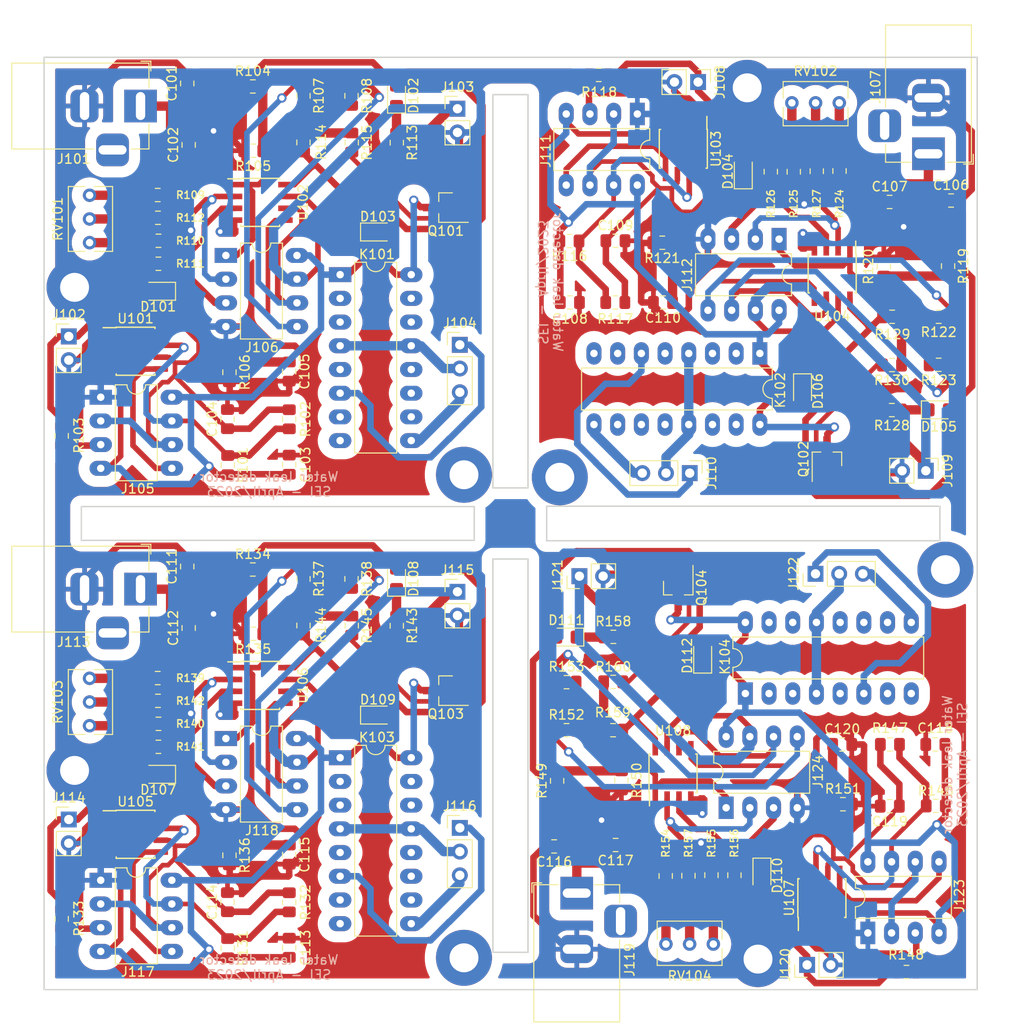
<source format=kicad_pcb>
(kicad_pcb (version 20211014) (generator pcbnew)
  (layers (0 "F.Cu" signal) (31 "B.Cu" signal) (34 "B.Paste" user) (35 "F.Paste" user) (36 "B.SilkS" user "B.Silkscreen") (37 "F.SilkS" user "F.Silkscreen") (38 "B.Mask" user) (39 "F.Mask" user) (44 "Edge.Cuts" user))
  (net 0 "")
  (net 1 "+5V")
  (net 2 "GND")
  (net 4 "/555_3")
  (net 5 "Net-(C105-Pad1)")
  (net 6 "Net-(D101-Pad2)")
  (net 7 "Net-(D102-Pad1)")
  (net 8 "Net-(D103-Pad2)")
  (net 9 "/555_7")
  (net 10 "Net-(J104-Pad1)")
  (net 11 "Net-(J104-Pad2)")
  (net 12 "Net-(J104-Pad3)")
  (net 13 "/555_2")
  (net 14 "/393_5")
  (net 15 "/393_1")
  (net 16 "/393_6")
  (net 17 "/393_3")
  (net 18 "/393_2")
  (net 19 "/393_7")
  (net 21 "Net-(Q101-Pad1)")
  (net 22 "Net-(R104-Pad2)")
  (net 23 "Net-(R109-Pad2)")
  (net 24 "Net-(R110-Pad1)")
  (net 25 "Net-(R112-Pad2)")
  (net 26 "/555_5")
  (footprint "Capacitor_SMD:C_0805_2012Metric_Pad1.15x1.40mm_HandSolder" (layer "F.Cu") (at 105.3073 52.7405 90)
    (fp_text reference "C101")
    (fp_text value "10u")
  )
  (footprint "Capacitor_SMD:C_0805_2012Metric_Pad1.15x1.40mm_HandSolder" (layer "F.Cu") (at 105.4603 59.3265 90)
    (fp_text reference "C102")
    (fp_text value "0.1u")
  )
  (footprint "Capacitor_SMD:C_0805_2012Metric_Pad1.15x1.40mm_HandSolder" (layer "F.Cu") (at 116.2317 93.5883 90)
    (fp_text reference "C103")
    (fp_text value "0.1u")
  )
  (footprint "Capacitor_SMD:C_0805_2012Metric_Pad1.15x1.40mm_HandSolder" (layer "F.Cu") (at 109.6217 88.7083 90)
    (fp_text reference "C104")
    (fp_text value "10n")
  )
  (footprint "Capacitor_SMD:C_0805_2012Metric_Pad1.15x1.40mm_HandSolder" (layer "F.Cu") (at 116.2303 83.6097 -90)
    (fp_text reference "C105")
    (fp_text value "0.1u")
  )
  (footprint "Diode_SMD:D_0805_2012Metric_Pad1.15x1.40mm_HandSolder" (layer "F.Cu") (at 102.1917 75.0083 180)
    (fp_text reference "D101")
    (fp_text value "1n4148/1n914")
  )
  (footprint "LED_SMD:LED_0805_2012Metric_Pad1.15x1.40mm_HandSolder" (layer "F.Cu") (at 127.7353 54.0583 90)
    (fp_text reference "D102")
    (fp_text value "LED")
  )
  (footprint "Diode_SMD:D_0805_2012Metric_Pad1.15x1.40mm_HandSolder" (layer "F.Cu") (at 125.7383 68.6573)
    (fp_text reference "D103")
    (fp_text value "1n4148/1n914")
  )
  (footprint "Connector_BarrelJack:BarrelJack_Horizontal" (layer "F.Cu") (at 100.3017 55.1608)
    (fp_text reference "J101")
    (fp_text value "Jack-DC")
  )
  (footprint "Connector_PinHeader_2.54mm:PinHeader_1x02_P2.54mm_Vertical" (layer "F.Cu") (at 92.6117 79.8483)
    (fp_text reference "J102")
    (fp_text value "Conn_01x02" hide)
  )
  (footprint "Connector_PinHeader_2.54mm:PinHeader_1x02_P2.54mm_Vertical" (layer "F.Cu") (at 134.2633 55.4493)
    (fp_text reference "J103")
    (fp_text value "Conn_01x02")
  )
  (footprint "Connector_PinHeader_2.54mm:PinHeader_1x03_P2.54mm_Vertical" (layer "F.Cu") (at 134.5173 80.7477)
    (fp_text reference "J104")
    (fp_text value "Conn_01x03")
  )
  (footprint "Package_DIP:DIP-16_W7.62mm_LongPads" (layer "F.Cu") (at 121.6903 73.2293)
    (fp_text reference "K101")
    (fp_text value "G5V-2")
  )
  (footprint "Resistor_SMD:R_0805_2012Metric_Pad1.15x1.40mm_HandSolder" (layer "F.Cu") (at 109.6513 93.6347 90)
    (fp_text reference "R101")
    (fp_text value "3k3")
  )
  (footprint "Resistor_SMD:R_0805_2012Metric_Pad1.15x1.40mm_HandSolder" (layer "F.Cu") (at 116.2317 88.7233 90)
    (fp_text reference "R102")
    (fp_text value "1k5")
  )
  (footprint "Resistor_SMD:R_0805_2012Metric_Pad1.15x1.40mm_HandSolder" (layer "F.Cu") (at 91.8517 90.4983 90)
    (fp_text reference "R103")
    (fp_text value "51k" hide)
  )
  (footprint "Resistor_SMD:R_0805_2012Metric_Pad1.15x1.40mm_HandSolder" (layer "F.Cu") (at 112.3343 53.0617)
    (fp_text reference "R104")
    (fp_text value "4k7")
  )
  (footprint "Resistor_SMD:R_0805_2012Metric_Pad1.15x1.40mm_HandSolder" (layer "F.Cu") (at 112.3773 59.9451 180)
    (fp_text reference "R105")
    (fp_text value "4k7")
  )
  (footprint "Resistor_SMD:R_0805_2012Metric_Pad1.15x1.40mm_HandSolder" (layer "F.Cu") (at 109.8293 83.6857 -90)
    (fp_text reference "R106")
    (fp_text value "100k")
  )
  (footprint "Resistor_SMD:R_0805_2012Metric_Pad1.15x1.40mm_HandSolder" (layer "F.Cu") (at 117.7617 54.0683 -90)
    (fp_text reference "R107")
    (fp_text value "10k")
  )
  (footprint "Resistor_SMD:R_0805_2012Metric_Pad1.15x1.40mm_HandSolder" (layer "F.Cu") (at 122.9093 54.0687 -90)
    (fp_text reference "R108")
    (fp_text value "10k")
  )
  (footprint "Resistor_SMD:R_0805_2012Metric_Pad1.15x1.40mm_HandSolder" (layer "F.Cu") (at 102.1413 64.6949 180)
    (fp_text reference "R109")
    (fp_text value "470")
  )
  (footprint "Resistor_SMD:R_0805_2012Metric_Pad1.15x1.40mm_HandSolder" (layer "F.Cu") (at 102.2253 69.5971)
    (fp_text reference "R110")
    (fp_text value "100")
  )
  (footprint "Resistor_SMD:R_0805_2012Metric_Pad1.15x1.40mm_HandSolder" (layer "F.Cu") (at 102.2173 72.0609 180)
    (fp_text reference "R111")
    (fp_text value "10k")
  )
  (footprint "Resistor_SMD:R_0805_2012Metric_Pad1.15x1.40mm_HandSolder" (layer "F.Cu") (at 102.1673 67.1333 180)
    (fp_text reference "R112")
    (fp_text value "10k")
  )
  (footprint "Resistor_SMD:R_0805_2012Metric_Pad1.15x1.40mm_HandSolder" (layer "F.Cu") (at 127.7617 59.0883 -90)
    (fp_text reference "R113")
    (fp_text value "1k")
  )
  (footprint "Resistor_SMD:R_0805_2012Metric_Pad1.15x1.40mm_HandSolder" (layer "F.Cu") (at 117.7617 59.0583 90)
    (fp_text reference "R114")
    (fp_text value "1k")
  )
  (footprint "Resistor_SMD:R_0805_2012Metric_Pad1.15x1.40mm_HandSolder" (layer "F.Cu") (at 122.9353 59.0725 90)
    (fp_text reference "R115")
    (fp_text value "10k")
  )
  (footprint "Potentiometer_THT:Potentiometer_Bourns_3266Y_Vertical" (layer "F.Cu") (at 94.8423 64.7203 90)
    (fp_text reference "RV101")
    (fp_text value "5k")
  )
  (footprint "Package_SO:SOIC-8_3.9x4.9mm_P1.27mm" (layer "F.Cu") (at 99.7703 81.4335)
    (fp_text reference "U101")
    (fp_text value "LM555")
  )
  (footprint "Package_SO:SOIC-8_3.9x4.9mm_P1.27mm" (layer "F.Cu") (at 113.1303 65.4823)
    (fp_text reference "U102")
    (fp_text value "LM393")
  )
  (footprint "Package_TO_SOT_SMD:SOT-23_Handsoldering" (layer "F.Cu") (at 133.0193 66.0411 180)
    (fp_text reference "Q101")
    (fp_text value "BSR14")
  )
  (footprint "Package_DIP:DIP-8_W7.62mm_LongPads" (layer "F.Cu") (at 96.0363 86.3607)
    (fp_text reference "J105")
    (fp_text value "555_Dip")
  )
  (footprint "Package_DIP:DIP-8_W7.62mm_LongPads" (layer "F.Cu") (at 109.4473 71.1719)
    (fp_text reference "J106")
    (fp_text value "393_Dip")
  )
  (footprint "Resistor_SMD:R_0805_2012Metric_Pad1.15x1.40mm_HandSolder" (layer "F.Cu") (at 156.2143 69.80605 180)
    (fp_text reference "R121")
    (fp_text value "100k")
  )
  (footprint "Resistor_SMD:R_0805_2012Metric_Pad1.15x1.40mm_HandSolder" (layer "F.Cu") (at 185.8317 77.73845 180)
    (fp_text reference "R122")
    (fp_text value "10k")
  )
  (footprint "Resistor_SMD:R_0805_2012Metric_Pad1.15x1.40mm_HandSolder" (layer "F.Cu") (at 175.2051 62.11805 90)
    (fp_text reference "R124")
    (fp_text value "470")
  )
  (footprint "Resistor_SMD:R_0805_2012Metric_Pad1.15x1.40mm_HandSolder" (layer "F.Cu") (at 112.3343 104.8217)
    (fp_text reference "R134")
    (fp_text value "4k7")
  )
  (footprint "Resistor_SMD:R_0805_2012Metric_Pad1.15x1.40mm_HandSolder" (layer "F.Cu") (at 185.8313 82.88605 180)
    (fp_text reference "R123")
    (fp_text value "10k")
  )
  (footprint "Package_SO:SOIC-8_3.9x4.9mm_P1.27mm" (layer "F.Cu") (at 157.3657 126.6697 90)
    (fp_text reference "U108")
    (fp_text value "LM393")
  )
  (footprint "Capacitor_SMD:C_0805_2012Metric_Pad1.15x1.40mm_HandSolder" (layer "F.Cu") (at 116.2317 145.3483 90)
    (fp_text reference "C113")
    (fp_text value "0.1u")
  )
  (footprint "Resistor_SMD:R_0805_2012Metric_Pad1.15x1.40mm_HandSolder" (layer "F.Cu") (at 159.0167 137.6327 -90)
    (fp_text reference "R157")
    (fp_text value "10k")
  )
  (footprint "Connector_PinHeader_2.54mm:PinHeader_1x02_P2.54mm_Vertical" (layer "F.Cu") (at 134.2633 107.2093)
    (fp_text reference "J115")
    (fp_text value "Conn_01x02")
  )
  (footprint "Capacitor_SMD:C_0805_2012Metric_Pad1.15x1.40mm_HandSolder" (layer "F.Cu") (at 151.2099 134.3397 180)
    (fp_text reference "C117")
    (fp_text value "0.1u")
  )
  (footprint "Diode_SMD:D_0805_2012Metric_Pad1.15x1.40mm_HandSolder" (layer "F.Cu") (at 171.2427 85.71505 -90)
    (fp_text reference "D106")
    (fp_text value "1n4148/1n914")
  )
  (footprint "Package_DIP:DIP-8_W7.62mm_LongPads" (layer "F.Cu") (at 163.0553 130.3527 90)
    (fp_text reference "J124")
    (fp_text value "393_Dip")
  )
  (footprint "Resistor_SMD:R_0805_2012Metric_Pad1.15x1.40mm_HandSolder" (layer "F.Cu") (at 156.5783 137.6587 -90)
    (fp_text reference "R154")
    (fp_text value "470")
  )
  (footprint "Package_SO:SOIC-8_3.9x4.9mm_P1.27mm" (layer "F.Cu") (at 99.7703 133.1935)
    (fp_text reference "U105")
    (fp_text value "LM555")
  )
  (footprint "Package_DIP:DIP-8_W7.62mm_LongPads" (layer "F.Cu") (at 178.2441 143.7637 90)
    (fp_text reference "J123")
    (fp_text value "555_Dip")
  )
  (footprint "Connector_BarrelJack:BarrelJack_Horizontal" (layer "F.Cu") (at 184.7392 60.27845 -90)
    (fp_text reference "J107")
    (fp_text value "Jack-DC")
  )
  (footprint "Package_DIP:DIP-8_W7.62mm_LongPads" (layer "F.Cu") (at 168.7281 69.42405 -90)
    (fp_text reference "J112")
    (fp_text value "393_Dip")
  )
  (footprint "Connector_PinHeader_2.54mm:PinHeader_1x02_P2.54mm_Vertical" (layer "F.Cu") (at 147.3327 105.5367 90)
    (fp_text reference "J121")
    (fp_text value "Conn_01x02")
  )
  (footprint "Package_DIP:DIP-16_W7.62mm_LongPads" (layer "F.Cu") (at 165.1127 118.1097 90)
    (fp_text reference "K104")
    (fp_text value "G5V-2")
  )
  (footprint "Resistor_SMD:R_0805_2012Metric_Pad1.15x1.40mm_HandSolder" (layer "F.Cu") (at 186.8383 72.31105 -90)
    (fp_text reference "R119")
    (fp_text value "4k7")
  )
  (footprint "Resistor_SMD:R_0805_2012Metric_Pad1.15x1.40mm_HandSolder" (layer "F.Cu") (at 145.9521 116.8907)
    (fp_text reference "R153")
    (fp_text value "10k")
  )
  (footprint "Connector_BarrelJack:BarrelJack_Horizontal" (layer "F.Cu") (at 100.3017 106.9208)
    (fp_text reference "J113")
    (fp_text value "Jack-DC")
  )
  (footprint "LED_SMD:LED_0805_2012Metric_Pad1.15x1.40mm_HandSolder" (layer "F.Cu") (at 127.7353 105.8183 90)
    (fp_text reference "D108")
    (fp_text value "LED")
  )
  (footprint "Resistor_SMD:R_0805_2012Metric_Pad1.15x1.40mm_HandSolder" (layer "F.Cu") (at 149.4017 51.82845)
    (fp_text reference "R118")
    (fp_text value "51k" hide)
  )
  (footprint "Resistor_SMD:R_0805_2012Metric_Pad1.15x1.40mm_HandSolder" (layer "F.Cu") (at 109.8293 135.4457 -90)
    (fp_text reference "R136")
    (fp_text value "100k")
  )
  (footprint "Resistor_SMD:R_0805_2012Metric_Pad1.15x1.40mm_HandSolder" (layer "F.Cu") (at 185.5181 130.1487 180)
    (fp_text reference "R146")
    (fp_text value "3k3")
  )
  (footprint "Resistor_SMD:R_0805_2012Metric_Pad1.15x1.40mm_HandSolder" (layer "F.Cu") (at 117.7617 105.8283 -90)
    (fp_text reference "R137")
    (fp_text value "10k")
  )
  (footprint "Package_DIP:DIP-8_W7.62mm_LongPads" (layer "F.Cu") (at 109.4473 122.9319)
    (fp_text reference "J118")
    (fp_text value "393_Dip")
  )
  (footprint "Capacitor_SMD:C_0805_2012Metric_Pad1.15x1.40mm_HandSolder" (layer "F.Cu") (at 187.1595 65.28405)
    (fp_text reference "C106")
    (fp_text value "10u")
  )
  (footprint "Capacitor_SMD:C_0805_2012Metric_Pad1.15x1.40mm_HandSolder" (layer "F.Cu") (at 175.4931 123.5697)
    (fp_text reference "C120")
    (fp_text value "0.1u")
  )
  (footprint "Package_SO:SOIC-8_3.9x4.9mm_P1.27mm" (layer "F.Cu") (at 174.4177 73.10705 -90)
    (fp_text reference "U104")
    (fp_text value "LM393")
  )
  (footprint "LED_SMD:LED_0805_2012Metric_Pad1.15x1.40mm_HandSolder" (layer "F.Cu") (at 145.9417 112.0647 180)
    (fp_text reference "D111")
    (fp_text value "LED")
  )
  (footprint "Package_DIP:DIP-16_W7.62mm_LongPads" (layer "F.Cu") (at 121.6903 124.9893)
    (fp_text reference "K103")
    (fp_text value "G5V-2")
  )
  (footprint "Resistor_SMD:R_0805_2012Metric_Pad1.15x1.40mm_HandSolder" (layer "F.Cu") (at 102.1413 116.4549 180)
    (fp_text reference "R139")
    (fp_text value "470")
  )
  (footprint "Resistor_SMD:R_0805_2012Metric_Pad1.15x1.40mm_HandSolder" (layer "F.Cu") (at 172.7667 62.14405 90)
    (fp_text reference "R127")
    (fp_text value "10k")
  )
  (footprint "Package_SO:SOIC-8_3.9x4.9mm_P1.27mm" (layer "F.Cu") (at 173.3169 140.0297 90)
    (fp_text reference "U107")
    (fp_text value "LM555")
  )
  (footprint "Resistor_SMD:R_0805_2012Metric_Pad1.15x1.40mm_HandSolder" (layer "F.Cu") (at 122.9093 105.8287 -90)
    (fp_text reference "R138")
    (fp_text value "10k")
  )
  (footprint "Diode_SMD:D_0805_2012Metric_Pad1.15x1.40mm_HandSolder" (layer "F.Cu") (at 164.8917 62.16845 90)
    (fp_text reference "D104")
    (fp_text value "1n4148/1n914")
  )
  (footprint "Resistor_SMD:R_0805_2012Metric_Pad1.15x1.40mm_HandSolder" (layer "F.Cu") (at 163.9443 137.5827 -90)
    (fp_text reference "R156")
    (fp_text value "10k")
  )
  (footprint "Connector_PinHeader_2.54mm:PinHeader_1x03_P2.54mm_Vertical" (layer "F.Cu") (at 159.1523 94.49405 -90)
    (fp_text reference "J110")
    (fp_text value "Conn_01x03")
  )
  (footprint "Connector_PinHeader_2.54mm:PinHeader_1x02_P2.54mm_Vertical" (layer "F.Cu") (at 160.0517 52.58845 -90)
    (fp_text reference "J108")
    (fp_text value "Conn_01x02" hide)
  )
  (footprint "Resistor_SMD:R_0805_2012Metric_Pad1.15x1.40mm_HandSolder" (layer "F.Cu") (at 182.3817 147.9483 180)
    (fp_text reference "R148")
    (fp_text value "51k" hide)
  )
  (footprint "Resistor_SMD:R_0805_2012Metric_Pad1.15x1.40mm_HandSolder" (layer "F.Cu") (at 150.9417 122.0383 180)
    (fp_text reference "R159")
    (fp_text value "1k")
  )
  (footprint "Potentiometer_THT:Potentiometer_Bourns_3266Y_Vertical" (layer "F.Cu") (at 156.6037 144.9577 180)
    (fp_text reference "RV104")
    (fp_text value "5k")
  )
  (footprint "Package_TO_SOT_SMD:SOT-23_Handsoldering" (layer "F.Cu") (at 157.9245 106.7807 -90)
    (fp_text reference "Q104")
    (fp_text value "BSR14")
  )
  (footprint "LED_SMD:LED_0805_2012Metric_Pad1.15x1.40mm_HandSolder" (layer "F.Cu") (at 185.8417 87.71205)
    (fp_text reference "D105")
    (fp_text value "LED")
  )
  (footprint "Diode_SMD:D_0805_2012Metric_Pad1.15x1.40mm_HandSolder" (layer "F.Cu") (at 102.1917 126.7683 180)
    (fp_text reference "D107")
    (fp_text value "1n4148/1n914")
  )
  (footprint "Connector_PinHeader_2.54mm:PinHeader_1x02_P2.54mm_Vertical" (layer "F.Cu") (at 184.4507 94.24005 -90)
    (fp_text reference "J109")
    (fp_text value "Conn_01x02")
  )
  (footprint "Diode_SMD:D_0805_2012Metric_Pad1.15x1.40mm_HandSolder" (layer "F.Cu") (at 125.7383 120.4173)
    (fp_text reference "D109")
    (fp_text value "1n4148/1n914")
  )
  (footprint "Potentiometer_THT:Potentiometer_Bourns_3266Y_Vertical" (layer "F.Cu") (at 94.8423 116.4803 90)
    (fp_text reference "RV103")
    (fp_text value "5k")
  )
  (footprint "Resistor_SMD:R_0805_2012Metric_Pad1.15x1.40mm_HandSolder" (layer "F.Cu") (at 151.1767 76.20845)
    (fp_text reference "R117")
    (fp_text value "1k5")
  )
  (footprint "Resistor_SMD:R_0805_2012Metric_Pad1.15x1.40mm_HandSolder" (layer "F.Cu") (at 175.5691 129.9707)
    (fp_text reference "R151")
    (fp_text value "100k")
  )
  (footprint "Capacitor_SMD:C_0805_2012Metric_Pad1.15x1.40mm_HandSolder" (layer "F.Cu") (at 180.5917 130.1783 180)
    (fp_text reference "C119")
    (fp_text value "10n")
  )
  (footprint "Resistor_SMD:R_0805_2012Metric_Pad1.15x1.40mm_HandSolder" (layer "F.Cu") (at 122.9353 110.8325 90)
    (fp_text reference "R145")
    (fp_text value "10k")
  )
  (footprint "Capacitor_SMD:C_0805_2012Metric_Pad1.15x1.40mm_HandSolder" (layer "F.Cu") (at 185.4717 123.5683 180)
    (fp_text reference "C118")
    (fp_text value "0.1u")
  )
  (footprint "Capacitor_SMD:C_0805_2012Metric_Pad1.15x1.40mm_HandSolder" (layer "F.Cu") (at 146.3117 76.20845)
    (fp_text reference "C108")
    (fp_text value "0.1u")
  )
  (footprint "Capacitor_SMD:C_0805_2012Metric_Pad1.15x1.40mm_HandSolder" (layer "F.Cu") (at 105.3073 104.5005 90)
    (fp_text reference "C111")
    (fp_text value "10u")
  )
  (footprint "Connector_BarrelJack:BarrelJack_Horizontal" (layer "F.Cu") (at 147.0442 139.4983 90)
    (fp_text reference "J119")
    (fp_text value "Jack-DC")
  )
  (footprint "Capacitor_SMD:C_0805_2012Metric_Pad1.15x1.40mm_HandSolder" (layer "F.Cu") (at 109.6217 140.4683 90)
    (fp_text reference "C114")
    (fp_text value "10n")
  )
  (footprint "Package_TO_SOT_SMD:SOT-23_Handsoldering" (layer "F.Cu") (at 173.8589 92.99605 90)
    (fp_text reference "Q102")
    (fp_text value "BSR14")
  )
  (footprint "Capacitor_SMD:C_0805_2012Metric_Pad1.15x1.40mm_HandSolder" (layer "F.Cu") (at 144.6239 134.4927 180)
    (fp_text reference "C116")
    (fp_text value "10u")
  )
  (footprint "Capacitor_SMD:C_0805_2012Metric_Pad1.15x1.40mm_HandSolder" (layer "F.Cu") (at 116.2303 135.3697 -90)
    (fp_text reference "C115")
    (fp_text value "0.1u")
  )
  (footprint "Resistor_SMD:R_0805_2012Metric_Pad1.15x1.40mm_HandSolder" (layer "F.Cu") (at 102.2173 123.8209 180)
    (fp_text reference "R141")
    (fp_text value "10k")
  )
  (footprint "Resistor_SMD:R_0805_2012Metric_Pad1.15x1.40mm_HandSolder" (layer "F.Cu") (at 91.8517 142.2583 90)
    (fp_text reference "R133")
    (fp_text value "51k" hide)
  )
  (footprint "Resistor_SMD:R_0805_2012Metric_Pad1.15x1.40mm_HandSolder" (layer "F.Cu") (at 127.7617 110.8483 -90)
    (fp_text reference "R143")
    (fp_text value "1k")
  )
  (footprint "Capacitor_SMD:C_0805_2012Metric_Pad1.15x1.40mm_HandSolder" (layer "F.Cu") (at 156.2903 76.20705 180)
    (fp_text reference "C110")
    (fp_text value "0.1u")
  )
  (footprint "Resistor_SMD:R_0805_2012Metric_Pad1.15x1.40mm_HandSolder" (layer "F.Cu") (at 117.7617 110.8183 90)
    (fp_text reference "R144")
    (fp_text value "1k")
  )
  (footprint "Capacitor_SMD:C_0805_2012Metric_Pad1.15x1.40mm_HandSolder" (layer "F.Cu") (at 105.4603 111.0865 90)
    (fp_text reference "C112")
    (fp_text value "0.1u")
  )
  (footprint "Resistor_SMD:R_0805_2012Metric_Pad1.15x1.40mm_HandSolder" (layer "F.Cu") (at 179.9549 72.35405 90)
    (fp_text reference "R120")
    (fp_text value "4k7")
  )
  (footprint "Potentiometer_THT:Potentiometer_Bourns_3266Y_Vertical" (layer "F.Cu") (at 175.1797 54.81905)
    (fp_text reference "RV102")
    (fp_text value "5k")
  )
  (footprint "Resistor_SMD:R_0805_2012Metric_Pad1.15x1.40mm_HandSolder" (layer "F.Cu") (at 180.8417 77.73845)
    (fp_text reference "R129")
    (fp_text value "1k")
  )
  (footprint "Resistor_SMD:R_0805_2012Metric_Pad1.15x1.40mm_HandSolder" (layer "F.Cu") (at 161.4805 137.5747 90)
    (fp_text reference "R155")
    (fp_text value "100")
  )
  (footprint "Resistor_SMD:R_0805_2012Metric_Pad1.15x1.40mm_HandSolder" (layer "F.Cu") (at 102.1673 118.8933 180)
    (fp_text reference "R142")
    (fp_text value "10k")
  )
  (footprint "Diode_SMD:D_0805_2012Metric_Pad1.15x1.40mm_HandSolder" (layer "F.Cu") (at 160.5407 114.0617 90)
    (fp_text reference "D112")
    (fp_text value "1n4148/1n914")
  )
  (footprint "Resistor_SMD:R_0805_2012Metric_Pad1.15x1.40mm_HandSolder" (layer "F.Cu") (at 144.9451 127.4657 90)
    (fp_text reference "R149")
    (fp_text value "4k7")
  )
  (footprint "Connector_PinHeader_2.54mm:PinHeader_1x03_P2.54mm_Vertical" (layer "F.Cu") (at 134.5173 132.5077)
    (fp_text reference "J116")
    (fp_text value "Conn_01x03")
  )
  (footprint "Resistor_SMD:R_0805_2012Metric_Pad1.15x1.40mm_HandSolder" (layer "F.Cu") (at 167.8391 62.19405 90)
    (fp_text reference "R126")
    (fp_text value "10k")
  )
  (footprint "Package_TO_SOT_SMD:SOT-23_Handsoldering" (layer "F.Cu") (at 133.0193 117.8011 180)
    (fp_text reference "Q103")
    (fp_text value "BSR14")
  )
  (footprint "Connector_PinHeader_2.54mm:PinHeader_1x02_P2.54mm_Vertical" (layer "F.Cu") (at 171.7317 147.1883 90)
    (fp_text reference "J120")
    (fp_text value "Conn_01x02" hide)
  )
  (footprint "Resistor_SMD:R_0805_2012Metric_Pad1.15x1.40mm_HandSolder" (layer "F.Cu") (at 180.6067 123.5683 180)
    (fp_text reference "R147")
    (fp_text value "1k5")
  )
  (footprint "Package_DIP:DIP-8_W7.62mm_LongPads" (layer "F.Cu") (at 153.5393 56.01305 -90)
    (fp_text reference "J111")
    (fp_text value "555_Dip")
  )
  (footprint "Resistor_SMD:R_0805_2012Metric_Pad1.15x1.40mm_HandSolder" (layer "F.Cu") (at 150.9559 116.8647 180)
    (fp_text reference "R160")
    (fp_text value "10k")
  )
  (footprint "Resistor_SMD:R_0805_2012Metric_Pad1.15x1.40mm_HandSolder" (layer "F.Cu") (at 146.2653 69.62805)
    (fp_text reference "R116")
    (fp_text value "3k3")
  )
  (footprint "Connector_PinHeader_2.54mm:PinHeader_1x02_P2.54mm_Vertical" (layer "F.Cu") (at 92.6117 131.6083)
    (fp_text reference "J114")
    (fp_text value "Conn_01x02" hide)
  )
  (footprint "Package_DIP:DIP-16_W7.62mm_LongPads" (layer "F.Cu") (at 166.6707 81.66705 -90)
    (fp_text reference "K102")
    (fp_text value "G5V-2")
  )
  (footprint "Resistor_SMD:R_0805_2012Metric_Pad1.15x1.40mm_HandSolder" (layer "F.Cu") (at 116.2317 140.4833 90)
    (fp_text reference "R132")
    (fp_text value "1k5")
  )
  (footprint "Resistor_SMD:R_0805_2012Metric_Pad1.15x1.40mm_HandSolder" (layer "F.Cu") (at 180.8117 87.73845 180)
    (fp_text reference "R128")
    (fp_text value "1k")
  )
  (footprint "Capacitor_SMD:C_0805_2012Metric_Pad1.15x1.40mm_HandSolder" (layer "F.Cu") (at 180.5735 65.43705)
    (fp_text reference "C107")
    (fp_text value "0.1u")
  )
  (footprint "Resistor_SMD:R_0805_2012Metric_Pad1.15x1.40mm_HandSolder" (layer "F.Cu") (at 102.2253 121.3571)
    (fp_text reference "R140")
    (fp_text value "100")
  )
  (footprint "Resistor_SMD:R_0805_2012Metric_Pad1.15x1.40mm_HandSolder" (layer "F.Cu") (at 109.6513 145.3947 90)
    (fp_text reference "R131")
    (fp_text value "3k3")
  )
  (footprint "Resistor_SMD:R_0805_2012Metric_Pad1.15x1.40mm_HandSolder" (layer "F.Cu") (at 170.3029 62.20205 -90)
    (fp_text reference "R125")
    (fp_text value "100")
  )
  (footprint "Diode_SMD:D_0805_2012Metric_Pad1.15x1.40mm_HandSolder" (layer "F.Cu") (at 166.8917 137.6083 -90)
    (fp_text reference "D110")
    (fp_text value "1n4148/1n914")
  )
  (footprint "Resistor_SMD:R_0805_2012Metric_Pad1.15x1.40mm_HandSolder" (layer "F.Cu") (at 151.8285 127.4227 -90)
    (fp_text reference "R150")
    (fp_text value "4k7")
  )
  (footprint "Package_DIP:DIP-8_W7.62mm_LongPads" (layer "F.Cu") (at 96.0363 138.1207)
    (fp_text reference "J117")
    (fp_text value "555_Dip")
  )
  (footprint "Resistor_SMD:R_0805_2012Metric_Pad1.15x1.40mm_HandSolder" (layer "F.Cu") (at 112.3773 111.7051 180)
    (fp_text reference "R135")
    (fp_text value "4k7")
  )
  (footprint "Resistor_SMD:R_0805_2012Metric_Pad1.15x1.40mm_HandSolder" (layer "F.Cu") (at 145.9517 122.0383)
    (fp_text reference "R152")
    (fp_text value "10k")
  )
  (footprint "Package_SO:SOIC-8_3.9x4.9mm_P1.27mm" (layer "F.Cu") (at 158.4665 59.74705 -90)
    (fp_text reference "U103")
    (fp_text value "LM555")
  )
  (footprint "Resistor_SMD:R_0805_2012Metric_Pad1.15x1.40mm_HandSolder" (layer "F.Cu") (at 180.8275 82.91205)
    (fp_text reference "R130")
    (fp_text value "10k")
  )
  (footprint "Package_SO:SOIC-8_3.9x4.9mm_P1.27mm" (layer "F.Cu") (at 113.1303 117.2423)
    (fp_text reference "U106")
    (fp_text value "LM393")
  )
  (footprint "Connector_PinHeader_2.54mm:PinHeader_1x03_P2.54mm_Vertical" (layer "F.Cu") (at 172.6311 105.2827 90)
    (fp_text reference "J122")
    (fp_text value "Conn_01x03")
  )
  (footprint "Resistor_SMD:R_0805_2012Metric_Pad1.15x1.40mm_HandSolder" (layer "F.Cu") (at 150.9717 112.0383)
    (fp_text reference "R158")
    (fp_text value "1k")
  )
  (footprint "Capacitor_SMD:C_0805_2012Metric_Pad1.15x1.40mm_HandSolder" (layer "F.Cu") (at 151.1917 69.59845)
    (fp_text reference "C109")
    (fp_text value "10n")
  )
  (gr_line (start 141.8217 53.9383) (end 138.0617 53.9383) (layer "Edge.Cuts") (width 0.15))
  (gr_line (start 189.9617 49.93845) (end 141.8217 49.93845) (layer "Edge.Cuts") (width 0.15))
  (gr_line (start 189.9617 98.03845) (end 189.9617 49.93845) (layer "Edge.Cuts") (width 0.15))
  (gr_line (start 185.9617 101.7383) (end 143.8217 101.7383) (layer "Edge.Cuts") (width 0.15))
  (gr_line (start 141.8217 96.0783) (end 138.0617 96.0783) (layer "Edge.Cuts") (width 0.15))
  (gr_line (start 138.0617 96.0783) (end 138.0617 53.9383) (layer "Edge.Cuts") (width 0.15))
  (gr_line (start 93.9617 101.6983) (end 93.9617 98.0783) (layer "Edge.Cuts") (width 0.15))
  (gr_line (start 143.8217 101.7383) (end 143.8217 98.03845) (layer "Edge.Cuts") (width 0.15))
  (gr_line (start 93.9617 98.0783) (end 136.0617 98.0783) (layer "Edge.Cuts") (width 0.15))
  (gr_line (start 138.0617 145.8383) (end 138.0617 103.6983) (layer "Edge.Cuts") (width 0.15))
  (gr_line (start 136.0617 101.6983) (end 136.0617 98.0783) (layer "Edge.Cuts") (width 0.15))
  (gr_line (start 136.0617 101.6983) (end 93.9617 101.6983) (layer "Edge.Cuts") (width 0.15))
  (gr_line (start 189.9617 149.8383) (end 189.9617 98.03845) (layer "Edge.Cuts") (width 0.15))
  (gr_line (start 141.8217 53.9383) (end 141.8217 96.0783) (layer "Edge.Cuts") (width 0.15))
  (gr_line (start 138.0617 145.8383) (end 141.8217 145.8383) (layer "Edge.Cuts") (width 0.15))
  (gr_line (start 138.0617 103.6983) (end 141.8217 103.6983) (layer "Edge.Cuts") (width 0.15))
  (gr_line (start 138.0617 149.8383) (end 189.9617 149.8383) (layer "Edge.Cuts") (width 0.15))
  (gr_line (start 89.9617 98.0783) (end 89.9617 149.8383) (layer "Edge.Cuts") (width 0.15))
  (gr_line (start 141.8217 49.93845) (end 89.9617 49.9383) (layer "Edge.Cuts") (width 0.15))
  (gr_line (start 143.8217 98.03845) (end 185.9617 98.03845) (layer "Edge.Cuts") (width 0.15))
  (gr_line (start 89.9617 149.8383) (end 138.0617 149.8383) (layer "Edge.Cuts") (width 0.15))
  (gr_line (start 141.8217 103.6983) (end 141.8217 145.8383) (layer "Edge.Cuts") (width 0.15))
  (gr_line (start 89.9617 49.9383) (end 89.9617 98.0783) (layer "Edge.Cuts") (width 0.15))
  (gr_line (start 185.9617 101.7383) (end 185.9617 98.03845) (layer "Edge.Cuts") (width 0.15))
  (gr_text "Water leak detector\nSEI - April/2023" (at 114.0717 95.6883) (layer "B.SilkS") (effects (font (size 1 1)) (justify mirror)))
  (gr_text "Water leak detector\nSEI - April/2023" (at 187.5717 125.7283 90) (layer "B.SilkS") (effects (font (size 1 1)) (justify mirror)))
  (gr_text "Water leak detector\nSEI - April/2023" (at 144.2117 74.04845 270) (layer "B.SilkS") (effects (font (size 1 1)) (justify mirror)))
  (gr_text "Water leak detector\nSEI - April/2023" (at 114.0717 147.4483) (layer "B.SilkS") (effects (font (size 1 1)) (justify mirror)))
  (via (at 134.9617 94.6683) (size 6) (drill 3.1) (layers "F.Cu" "B.Cu") (net 0))
  (via (at 145.2317 94.93845) (size 6) (drill 3.1) (layers "F.Cu" "B.Cu") (net 0))
  (via (at 134.9617 146.4283) (size 6) (drill 3.1) (layers "F.Cu" "B.Cu") (net 0))
  (via (at 186.5517 104.8383) (size 6) (drill 3.1) (layers "F.Cu" "B.Cu") (net 0))
  (segment (start 107.6317 145.5146) (end 108.5368 146.4197) (width 0.7) (layer "F.Cu") (net 1))
  (segment (start 124.7133 67.0934) (end 124.7133 68.6573) (width 0.7) (layer "F.Cu") (net 1))
  (segment (start 158.9768 115.0867) (end 160.5407 115.0867) (width 0.7) (layer "F.Cu") (net 1))
  (segment (start 172.134634 139.6783) (end 173.5755 139.6783) (width 0.6) (layer "F.Cu") (net 1))
  (segment (start 186.5431 131.2632) (end 186.5431 130.1487) (width 0.7) (layer "F.Cu") (net 1))
  (segment (start 142.3605 114.6059) (end 142.3605 126.1903) (width 0.7) (layer "F.Cu") (net 1))
  (segment (start 153.1231 134.3397) (end 152.2349 134.3397) (width 0.7) (layer "F.Cu") (net 1))
  (segment (start 127.7353 53.0183) (end 125.1941 50.4771) (width 0.7) (layer "F.Cu") (net 1))
  (segment (start 118.5717 61.0169) (end 117.7793 60.2245) (width 0.7) (layer "F.Cu") (net 1))
  (segment (start 103.5217 111.1983) (end 103.5217 107.3111) (width 1) (layer "F.Cu") (net 1))
  (segment (start 186.8817 87.71205) (end 189.4229 85.17085) (width 0.7) (layer "F.Cu") (net 1))
  (segment (start 145.2867 76.20845) (end 145.2867 69.67445) (width 0.7) (layer "F.Cu") (net 1))
  (segment (start 173.5755 139.6783) (end 175.2219 141.3247) (width 0.6) (layer "F.Cu") (net 1))
  (segment (start 172.8066 84.69005) (end 171.2427 84.69005) (width 0.7) (layer "F.Cu") (net 1))
  (segment (start 100.1217 132.011234) (end 100.1217 133.4521) (width 0.6) (layer "F.Cu") (net 1))
  (segment (start 156.5615 57.04705) (end 156.5615 57.68865) (width 0.6) (layer "F.Cu") (net 1))
  (segment (start 186.1345 70.58225) (end 186.1345 65.28405) (width 1) (layer "F.Cu") (net 1))
  (segment (start 125.1941 102.2371) (end 113.6097 102.2371) (width 0.7) (layer "F.Cu") (net 1))
  (segment (start 97.0703 135.0985) (end 97.7119 135.0985) (width 0.6) (layer "F.Cu") (net 1))
  (segment (start 102.4703 79.5285) (end 100.844434 79.5285) (width 0.6) (layer "F.Cu") (net 1))
  (segment (start 96.8593 145.7407) (end 96.0363 145.7407) (width 0.6) (layer "F.Cu") (net 1))
  (segment (start 185.8641 142.9407) (end 185.8641 143.7637) (width 0.6) (layer "F.Cu") (net 1))
  (segment (start 125.1941 50.4771) (end 113.6097 50.4771) (width 0.7) (layer "F.Cu") (net 1))
  (segment (start 176.3227 76.75945) (end 176.3227 75.80705) (width 0.6) (layer "F.Cu") (net 1))
  (segment (start 159.648766 60.09845) (end 158.2079 60.09845) (width 0.6) (layer "F.Cu") (net 1))
  (segment (start 152.9317 121.2283) (end 152.9003 121.2283) (width 0.7) (layer "F.Cu") (net 1))
  (segment (start 124.7133 122.8167) (end 124.7133 120.4173) (width 0.7) (layer "F.Cu") (net 1))
  (segment (start 116.2317 146.3733) (end 109.6977 146.3733) (width 0.7) (layer "F.Cu") (net 1))
  (segment (start 124.7133 67.0934) (end 118.7011 61.0812) (width 0.7) (layer "F.Cu") (net 1))
  (segment (start 127.7353 104.7783) (end 125.1941 102.2371) (width 0.7) (layer "F.Cu") (net 1))
  (segment (start 98.4753 135.0985) (end 97.0703 135.0985) (width 0.6) (layer "F.Cu") (net 1))
  (segment (start 103.1663 63.5337) (end 105.4603 61.2397) (width 0.7) (layer "F.Cu") (net 1))
  (segment (start 98.1717 135.5583) (end 98.1717 144.4283) (width 0.6) (layer "F.Cu") (net 1))
  (segment (start 118.7011 61.0812) (end 118.7011 61.6589) (width 0.7) (layer "F.Cu") (net 1))
  (segment (start 103.5217 59.4383) (end 103.5217 55.5511) (width 1) (layer "F.Cu") (net 1))
  (segment (start 104.4349 60.3515) (end 103.5217 59.4383) (width 1) (layer "F.Cu") (net 1))
  (segment (start 152.2349 134.6279) (end 152.2349 135.3651) (width 1) (layer "F.Cu") (net 1))
  (segment (start 179.5485 65.14885) (end 179.5485 64.41165) (width 1) (layer "F.Cu") (net 1))
  (segment (start 158.9768 115.0867) (end 158.9768 112.2427) (width 0.7) (layer "F.Cu") (net 1))
  (segment (start 180.4617 63.49845) (end 184.3489 63.49845) (width 1) (layer "F.Cu") (net 1))
  (segment (start 109.6977 94.6133) (end 109.6513 94.6597) (width 0.7) (layer "F.Cu") (net 1))
  (segment (start 121.6903 124.9893) (end 122.5407 124.9893) (width 0.7) (layer "F.Cu") (net 1))
  (segment (start 152.2349 135.3651) (end 151.3217 136.2783) (width 1) (layer "F.Cu") (net 1))
  (segment (start 103.9029 106.9299) (end 105.3073 105.5255) (width 1) (layer "F.Cu") (net 1))
  (segment (start 124.7133 67.0934) (end 127.5573 67.0934) (width 0.7) (layer "F.Cu") (net 1))
  (segment (start 103.9029 55.1699) (end 105.3073 53.7655) (width 1) (layer "F.Cu") (net 1))
  (segment (start 155.4607 123.0173) (end 155.4607 123.9697) (width 0.6) (layer "F.Cu") (net 1))
  (segment (start 179.5485 65.43705) (end 179.5485 65.14885) (width 0.7) (layer "F.Cu") (net 1))
  (segment (start 97.7119 83.3385) (end 98.1717 83.7983) (width 0.6) (layer "F.Cu") (net 1))
  (segment (start 155.4171 136.6337) (end 153.1231 134.3397) (width 0.7) (layer "F.Cu") (net 1))
  (segment (start 184.3489 63.49845) (end 184.7301 63.87965) (width 1) (layer "F.Cu") (net 1))
  (segment (start 135.7508 68.3358) (end 136.9417 67.1449) (width 0.7) (layer "F.Cu") (net 1))
  (segment (start 108.5368 94.6597) (end 109.6513 94.6597) (width 0.7) (layer "F.Cu") (net 1))
  (segment (start 147.4345 136.2783) (end 147.0533 135.8971) (width 1) (layer "F.Cu") (net 1))
  (segment (start 108.5368 146.4197) (end 109.6513 146.4197) (width 0.7) (layer "F.Cu") (net 1))
  (segment (start 103.1663 116.4549) (end 103.1663 115.2937) (width 0.7) (layer "F.Cu") (net 1))
  (segment (start 124.7133 118.8534) (end 127.5573 118.8534) (width 0.7) (layer "F.Cu") (net 1))
  (segment (start 100.1217 81.6921) (end 98.4753 83.3385) (width 0.6) (layer "F.Cu") (net 1))
  (segment (start 111.3093 53.0617) (end 110.6055 53.7655) (width 1) (layer "F.Cu") (net 1))
  (segment (start 156.1017 58.14845) (end 147.2317 58.14845) (width 0.6) (layer "F.Cu") (net 1))
  (segment (start 144.9451 128.4907) (end 145.6489 129.1945) (width 1) (layer "F.Cu") (net 1))
  (segment (start 147.0248 102.8583) (end 144.9017 104.9814) (width 0.7) (layer "F.Cu") (net 1))
  (segment (start 128.7997 68.3358) (end 135.7508 68.3358) (width 0.7) (layer "F.Cu") (net 1))
  (segment (start 107.6317 93.7546) (end 108.5368 94.6597) (width 0.7) (layer "F.Cu") (net 1))
  (segment (start 145.2403 68.51355) (end 145.2403 69.62805) (width 0.7) (layer "F.Cu") (net 1))
  (segment (start 165.1127 117.2593) (end 162.9401 115.0867) (width 0.7) (layer "F.Cu") (net 1))
  (segment (start 96.8593 93.9807) (end 96.0363 93.9807) (width 0.6) (layer "F.Cu") (net 1))
  (segment (start 128.7997 120.0958) (end 135.7508 120.0958) (width 0.7) (layer "F.Cu") (net 1))
  (segment (start 97.7119 135.0985) (end 98.1717 135.5583) (width 0.6) (layer "F.Cu") (net 1))
  (segment (start 118.5717 112.7769) (end 117.7793 111.9845) (width 0.7) (layer "F.Cu") (net 1))
  (segment (start 171.4119 138.955566) (end 172.134634 139.6783) (width 0.6) (layer "F.Cu") (net 1))
  (segment (start 175.2219 142.7297) (end 175.2219 142.0881) (width 0.6) (layer "F.Cu") (net 1))
  (segment (start 105.4603 61.2397) (end 105.4603 60.3515) (width 0.7) (layer "F.Cu") (net 1))
  (segment (start 186.4967 123.5683) (end 186.4967 130.1023) (width 0.7) (layer "F.Cu") (net 1))
  (segment (start 113.6097 50.4771) (end 111.3093 52.7775) (width 0.7) (layer "F.Cu") (net 1))
  (segment (start 134.8186 104.7783) (end 127.7353 104.7783) (width 0.7) (layer "F.Cu") (net 1))
  (segment (start 156.5615 57.68865) (end 156.1017 58.14845) (width 0.6) (layer "F.Cu") (net 1))
  (segment (start 178.8188 78.67785) (end 178.2411 78.67785) (width 0.7) (layer "F.Cu") (net 1))
  (segment (start 136.9417 67.1449) (end 136.9417 55.1414) (width 0.7) (layer "F.Cu") (net 1))
  (segment (start 171.5642 88.77645) (end 171.5642 95.72755) (width 0.7) (layer "F.Cu") (net 1))
  (segment (start 189.4229 85.17085) (end 189.4229 73.58645) (width 0.7) (layer "F.Cu") (net 1))
  (segment (start 145.2867 69.67445) (end 145.2403 69.62805) (width 0.7) (layer "F.Cu") (net 1))
  (segment (start 142.3605 126.1903) (end 144.6609 128.4907) (width 0.7) (layer "F.Cu") (net 1))
  (segment (start 153.5423 121.0989) (end 155.4607 123.0173) (width 0.6) (layer "F.Cu") (net 1))
  (segment (start 97.0703 83.3385) (end 97.7119 83.3385) (width 0.6) (layer "F.Cu") (net 1))
  (segment (start 172.8066 87.53405) (end 171.5642 88.77645) (width 0.7) (layer "F.Cu") (net 1))
  (segment (start 116.7827 63.5773) (end 115.8303 63.5773) (width 0.6) (layer "F.Cu") (net 1))
  (segment (start 98.1717 83.7983) (end 98.1717 92.6683) (width 0.6) (layer "F.Cu") (net 1))
  (segment (start 179.5485 64.41165) (end 180.4617 63.49845) (width 1) (layer "F.Cu") (net 1))
  (segment (start 156.5615 58.45205) (end 156.5615 57.04705) (width 0.6) (layer "F.Cu") (net 1))
  (segment (start 166.6707 81.66705) (end 166.6707 82.51745) (width 0.7) (layer "F.Cu") (net 1))
  (segment (start 111.3093 104.5375) (end 111.3093 104.8217) (width 0.7) (layer "F.Cu") (net 1))
  (segment (start 146.1454 67.60845) (end 145.2403 68.51355) (width 0.7) (layer "F.Cu") (net 1))
  (segment (start 118.5717 112.8083) (end 118.5717 112.7769) (width 0.7) (layer "F.Cu") (net 1))
  (segment (start 103.5217 55.5511) (end 103.9029 55.1699) (width 1) (layer "F.Cu") (net 1))
  (segment (start 144.9017 112.0647) (end 142.3605 114.6059) (width 0.7) (layer "F.Cu") (net 1))
  (segment (start 116.7827 115.3373) (end 115.8303 115.3373) (width 0.6) (layer "F.Cu") (net 1))
  (segment (start 178.2411 78.67785) (end 176.3227 76.75945) (width 0.6) (layer "F.Cu") (net 1))
  (segment (start 99.2623 106.9299) (end 103.9029 106.9299) (width 1) (layer "F.Cu") (net 1))
  (segment (start 124.7133 71.0567) (end 124.7133 68.6573) (width 0.7) (layer "F.Cu") (net 1))
  (segment (start 110.6055 53.7655) (end 105.3073 53.7655) (width 1) (layer "F.Cu") (net 1))
  (segment (start 135.7508 120.0958) (end 136.9417 118.9049) (width 0.7) (layer "F.Cu") (net 1))
  (segment (start 118.5717 61.0483) (end 118.5717 61.0169) (width 0.7) (layer "F.Cu") (net 1))
  (segment (start 121.6903 73.2293) (end 122.5407 73.2293) (width 0.7) (layer "F.Cu") (net 1))
  (segment (start 105.4603 60.3515) (end 105.1721 60.3515) (width 0.7) (layer "F.Cu") (net 1))
  (segment (start 171.5642 95.72755) (end 172.7551 96.91845) (width 0.7) (layer "F.Cu") (net 1))
  (segment (start 118.7011 113.4189) (end 116.7827 115.3373) (width 0.6) (layer "F.Cu") (net 1))
  (segment (start 122.5407 124.9893) (end 124.7133 122.8167) (width 0.7) (layer "F.Cu") (net 1))
  (segment (start 175.2051 63.14305) (end 176.3663 63.14305) (width 0.7) (layer "F.Cu") (net 1))
  (segment (start 136.9417 118.9049) (end 136.9417 106.9014) (width 0.7) (layer "F.Cu") (net 1))
  (segment (start 105.4603 112.9997) (end 105.4603 112.1115) (width 0.7) (layer "F.Cu") (net 1))
  (segment (start 103.5217 107.3111) (end 103.9029 106.9299) (width 1) (layer "F.Cu") (net 1))
  (segment (start 118.7011 61.6589) (end 116.7827 63.5773) (width 0.6) (layer "F.Cu") (net 1))
  (segment (start 186.4967 130.1023) (end 186.5431 130.1487) (width 0.7) (layer "F.Cu") (net 1))
  (segment (start 184.7586 96.91845) (end 186.8817 94.79535) (width 0.7) (layer "F.Cu") (net 1))
  (segment (start 111.3093 104.8217) (end 110.6055 105.5255) (width 1) (layer "F.Cu") (net 1))
  (segment (start 184.5517 141.6283) (end 185.8641 142.9407) (width 0.6) (layer "F.Cu") (net 1))
  (segment (start 189.4229 73.58645) (end 187.1225 71.28605) (width 0.7) (layer "F.Cu") (net 1))
  (segment (start 111.3093 52.7775) (end 111.3093 53.0617) (width 0.7) (layer "F.Cu") (net 1))
  (segment (start 152.9003 121.2283) (end 152.1079 122.0207) (width 0.7) (layer "F.Cu") (net 1))
  (segment (start 100.1217 133.4521) (end 98.4753 135.0985) (width 0.6) (layer "F.Cu") (net 1))
  (segment (start 100.1217 80.251234) (end 100.1217 81.6921) (width 0.6) (layer "F.Cu") (net 1))
  (segment (start 102.4703 131.2885) (end 100.844434 131.2885) (width 0.6) (layer "F.Cu") (net 1))
  (segment (start 175.2219 142.0881) (end 175.6817 141.6283) (width 0.6) (layer "F.Cu") (net 1))
  (segment (start 156.5783 136.6337) (end 155.4171 136.6337) (width 0.7) (layer "F.Cu") (net 1))
  (segment (start 144.9017 104.9814) (end 144.9017 112.0647) (width 0.7) (layer "F.Cu") (net 1))
  (segment (start 184.7301 59.23905) (end 184.7301 63.87965) (width 1) (layer "F.Cu") (net 1))
  (segment (start 160.2192 111.0003) (end 160.2192 104.0492) (width 0.7) (layer "F.Cu") (net 1))
  (segment (start 98.4753 83.3385) (end 97.0703 83.3385) (width 0.6) (layer "F.Cu") (net 1))
  (segment (start 103.1663 64.6949) (end 103.1663 63.5337) (width 0.7) (layer "F.Cu") (net 1))
  (segment (start 168.8433 84.69005) (end 171.2427 84.69005) (width 0.7) (layer "F.Cu") (net 1))
  (segment (start 100.844434 131.2885) (end 100.1217 132.011234) (width 0.6) (layer "F.Cu") (net 1))
  (segment (start 186.8383 71.28605) (end 186.1345 70.58225) (width 1) (layer "F.Cu") (net 1))
  (segment (start 105.1721 60.3515) (end 104.4349 60.3515) (width 1) (layer "F.Cu") (net 1))
  (segment (start 186.8817 94.79535) (end 186.8817 87.71205) (width 0.7) (layer "F.Cu") (net 1))
  (segment (start 175.2219 141.3247) (end 175.2219 142.7297) (width 0.6) (layer "F.Cu") (net 1))
  (segment (start 160.3715 62.44705) (end 160.3715 60.821184) (width 0.6) (layer "F.Cu") (net 1))
  (segment (start 98.1717 92.6683) (end 96.8593 93.9807) (width 0.6) (layer "F.Cu") (net 1))
  (segment (start 113.6097 102.2371) (end 111.3093 104.5375) (width 0.7) (layer "F.Cu") (net 1))
  (segment (start 172.7551 96.91845) (end 184.7586 96.91845) (width 0.7) (layer "F.Cu") (net 1))
  (segment (start 166.6707 82.51745) (end 168.8433 84.69005) (width 0.7) (layer "F.Cu") (net 1))
  (segment (start 184.7301 63.87965) (end 186.1345 65.28405) (width 1) (layer "F.Cu") (net 1))
  (segment (start 147.0533 135.8971) (end 145.6489 134.4927) (width 1) (layer "F.Cu") (net 1))
  (segment (start 158.9768 115.0867) (end 152.9646 121.0989) (width 0.7) (layer "F.Cu") (net 1))
  (segment (start 98.1717 144.4283) (end 96.8593 145.7407) (width 0.6) (layer "F.Cu") (net 1))
  (segment (start 109.6977 146.3733) (end 109.6513 146.4197) (width 0.7) (layer "F.Cu") (net 1))
  (segment (start 136.9417 106.9014) (end 134.8186 104.7783) (width 0.7) (layer "F.Cu") (net 1))
  (segment (start 172.8066 84.69005) (end 172.8066 87.53405) (width 0.7) (layer "F.Cu") (net 1))
  (segment (start 151.3217 136.2783) (end 147.4345 136.2783) (width 1) (layer "F.Cu") (net 1))
  (segment (start 165.1127 118.1097) (end 165.1127 117.2593) (width 0.7) (layer "F.Cu") (net 1))
  (segment (start 147.2317 58.14845) (end 145.9193 56.83605) (width 0.6) (layer "F.Cu") (net 1))
  (segment (start 103.1663 115.2937) (end 105.4603 112.9997) (width 0.7) (layer "F.Cu") (net 1))
  (segment (start 175.6817 141.6283) (end 184.5517 141.6283) (width 0.6) (layer "F.Cu") (net 1))
  (segment (start 152.9646 121.0989) (end 153.5423 121.0989) (width 0.7) (layer "F.Cu") (net 1))
  (segment (start 105.1721 112.1115) (end 104.4349 112.1115) (width 1) (layer "F.Cu") (net 1))
  (segment (start 158.2079 60.09845) (end 156.5615 58.45205) (width 0.6) (layer "F.Cu") (net 1))
  (segment (start 127.5573 67.0934) (end 128.7997 68.3358) (width 0.7) (layer "F.Cu") (net 1))
  (segment (start 172.8066 84.69005) (end 178.8188 78.67785) (width 0.7) (layer "F.Cu") (net 1))
  (segment (start 134.8186 53.0183) (end 127.7353 53.0183) (width 0.7) (layer "F.Cu") (net 1))
  (segment (start 118.7011 112.8412) (end 118.7011 113.4189) (width 0.7) (layer "F.Cu") (net 1))
  (segment (start 145.9193 56.83605) (end 145.9193 56.01305) (width 0.6) (layer "F.Cu") (net 1))
  (segment (start 105.4603 112.1115) (end 105.1721 112.1115) (width 0.7) (layer "F.Cu") (net 1))
  (segment (start 116.2317 94.6133) (end 109.6977 94.6133) (width 0.7) (layer "F.Cu") (net 1))
  (segment (start 104.4349 112.1115) (end 103.5217 111.1983) (width 1) (layer "F.Cu") (net 1))
  (segment (start 152.2349 134.3397) (end 152.2349 134.6279) (width 0.7) (layer "F.Cu") (net 1))
  (segment (start 158.9768 112.2427) (end 160.2192 111.0003) (width 0.7) (layer "F.Cu") (net 1))
  (segment (start 162.9401 115.0867) (end 160.5407 115.0867) (width 0.7) (layer "F.Cu") (net 1))
  (segment (start 136.9417 55.1414) (end 134.8186 53.0183) (width 0.7) (layer "F.Cu") (net 1))
  (segment (start 144.6609 128.4907) (end 144.9451 128.4907) (width 0.7) (layer "F.Cu") (net 1))
  (segment (start 178.8517 78.54845) (end 178.8831 78.54845) (width 0.7) (layer "F.Cu") (net 1))
  (segment (start 127.5573 118.8534) (end 128.7997 120.0958) (width 0.7) (layer "F.Cu") (net 1))
  (segment (start 147.0533 140.5377) (end 147.0533 135.8971) (width 1) (layer "F.Cu") (net 1))
  (segment (start 99.2623 55.1699) (end 103.9029 55.1699) (width 1) (layer "F.Cu") (net 1))
  (segment (start 124.7133 118.8534) (end 118.7011 112.8412) (width 0.7) (layer "F.Cu") (net 1))
  (segment (start 110.6055 105.5255) (end 105.3073 105.5255) (width 1) (layer "F.Cu") (net 1))
  (segment (start 145.6489 129.1945) (end 145.6489 134.4927) (width 1) (layer "F.Cu") (net 1))
  (segment (start 187.1225 71.28605) (end 186.8383 71.28605) (width 0.7) (layer "F.Cu") (net 1))
  (segment (start 176.3663 63.14305) (end 178.6603 65.43705) (width 0.7) (layer "F.Cu") (net 1))
  (segment (start 171.4119 137.3297) (end 171.4119 138.955566) (width 0.6) (layer "F.Cu") (net 1))
  (segment (start 160.3715 60.821184) (end 159.648766 60.09845) (width 0.6) (layer "F.Cu") (net 1))
  (segment (start 185.638 132.1683) (end 186.5431 131.2632) (width 0.7) (layer "F.Cu") (net 1))
  (segment (start 100.844434 79.5285) (end 100.1217 80.251234) (width 0.6) (layer "F.Cu") (net 1))
  (segment (start 160.2192 104.0492) (end 159.0283 102.8583) (width 0.7) (layer "F.Cu") (net 1))
  (segment (start 122.5407 73.2293) (end 124.7133 71.0567) (width 0.7) (layer "F.Cu") (net 1))
  (segment (start 159.0283 102.8583) (end 147.0248 102.8583) (width 0.7) (layer "F.Cu") (net 1))
  (segment (start 178.6603 65.43705) (end 179.5485 65.43705) (width 0.7) (layer "F.Cu") (net 1))
  (segment (start 124.7133 118.8534) (end 124.7133 120.4173) (width 0.7) (layer "F.Cu") (net 1))
  (segment (start 178.8831 78.54845) (end 179.6755 77.75605) (width 0.7) (layer "F.Cu") (net 1))
  (via (at 107.6317 93.7546) (size 1) (drill 0.6) (layers "F.Cu" "B.Cu") (net 1))
  (via (at 107.6317 145.5146) (size 1) (drill 0.6) (layers "F.Cu" "B.Cu") (net 1))
  (via (at 146.1454 67.60845) (size 1) (drill 0.6) (layers "F.Cu" "B.Cu") (net 1))
  (via (at 185.638 132.1683) (size 1) (drill 0.6) (layers "F.Cu" "B.Cu") (net 1))
  (segment (start 144.2353 59.74735) (end 144.2353 65.69835) (width 0.7) (layer "B.Cu") (net 1))
  (segment (start 105.7216 95.6647) (end 107.6317 93.7546) (width 0.7) (layer "B.Cu") (net 1))
  (segment (start 118.4253 71.1719) (end 119.64 72.3866) (width 0.7) (layer "B.Cu") (net 1))
  (segment (start 119.64 130.7765) (end 119.64 124.9893) (width 0.7) (layer "B.Cu") (net 1))
  (segment (start 145.9193 56.01305) (end 145.9193 58.06335) (width 0.7) (layer "B.Cu") (net 1))
  (segment (start 178.2441 136.1437) (end 178.2441 134.0934) (width 0.7) (layer "B.Cu") (net 1))
  (segment (start 105.7066 143.5895) (end 107.6317 145.5146) (width 0.7) (layer "B.Cu") (net 1))
  (segment (start 163.0553 121.3747) (end 164.27 120.16) (width 0.7) (layer "B.Cu") (net 1))
  (segment (start 105.7066 138.1207) (end 112.2958 138.1207) (width 0.7) (layer "B.Cu") (net 1))
  (segment (start 117.0673 71.1719) (end 118.4253 71.1719) (width 0.7) (layer "B.Cu") (net 1))
  (segment (start 103.6563 86.3607) (end 105.7066 86.3607) (width 0.7) (layer "B.Cu") (net 1))
  (segment (start 119.64 124.1466) (end 119.64 124.9893) (width 0.7) (layer "B.Cu") (net 1))
  (segment (start 145.9193 58.06335) (end 144.2353 59.74735) (width 0.7) (layer "B.Cu") (net 1))
  (segment (start 148.0705 65.68335) (end 146.1454 67.60845) (width 0.7) (layer "B.Cu") (net 1))
  (segment (start 185.8641 143.7637) (end 185.8641 141.7134) (width 0.7) (layer "B.Cu") (net 1))
  (segment (start 167.5134 79.61675) (end 166.6707 79.61675) (width 0.7) (layer "B.Cu") (net 1))
  (segment (start 163.0553 122.7327) (end 163.0553 121.3747) (width 0.7) (layer "B.Cu") (net 1))
  (segment (start 153.5393 65.68335) (end 153.5393 72.27255) (width 0.7) (layer "B.Cu") (net 1))
  (segment (start 99.7706 147.4247) (end 105.7216 147.4247) (width 0.7) (layer "B.Cu") (net 1))
  (segment (start 96.0363 93.9807) (end 98.0866 93.9807) (width 0.7) (layer "B.Cu") (net 1))
  (segment (start 153.5393 65.68335) (end 148.0705 65.68335) (width 0.7) (layer "B.Cu") (net 1))
  (segment (start 118.4253 122.9319) (end 119.64 124.1466) (width 0.7) (layer "B.Cu") (net 1))
  (segment (start 170.8999 120.16) (end 165.1127 120.16) (width 0.7) (layer "B.Cu") (net 1))
  (segment (start 153.5393 72.27255) (end 160.8835 79.61675) (width 0.7) (layer "B.Cu") (net 1))
  (segment (start 119.64 72.3866) (end 119.64 73.2293) (width 0.7) (layer "B.Cu") (net 1))
  (segment (start 144.2353 65.69835) (end 146.1454 67.60845) (width 0.7) (layer "B.Cu") (net 1))
  (segment (start 98.0866 93.9807) (end 99.7706 95.6647) (width 0.7) (layer "B.Cu") (net 1))
  (segment (start 119.64 79.0165) (end 119.64 73.2293) (width 0.7) (layer "B.Cu") (net 1))
  (segment (start 99.7706 95.6647) (end 105.7216 95.6647) (width 0.7) (layer "B.Cu") (net 1))
  (segment (start 105.7066 86.3607) (end 112.2958 86.3607) (width 0.7) (layer "B.Cu") (net 1))
  (segment (start 168.7281 78.40205) (end 167.5134 79.61675) (width 0.7) (layer "B.Cu") (net 1))
  (segment (start 164.27 120.16) (end 165.1127 120.16) (width 0.7) (layer "B.Cu") (net 1))
  (segment (start 153.5393 63.63305) (end 153.5393 65.68335) (width 0.7) (layer "B.Cu") (net 1))
  (segment (start 98.0866 145.7407) (end 99.7706 147.4247) (width 0.7) (layer "B.Cu") (net 1))
  (segment (start 96.0363 145.7407) (end 98.0866 145.7407) (width 0.7) (layer "B.Cu") (net 1))
  (segment (start 105.7066 138.1207) (end 105.7066 143.5895) (width 0.7) (layer "B.Cu") (net 1))
  (segment (start 121.6903 124.9893) (end 119.64 124.9893) (width 0.7) (layer "B.Cu") (net 1))
  (segment (start 112.2958 138.1207) (end 119.64 130.7765) (width 0.7) (layer "B.Cu") (net 1))
  (segment (start 178.2441 134.0934) (end 178.2441 127.5042) (width 0.7) (layer "B.Cu") (net 1))
  (segment (start 121.6903 73.2293) (end 119.64 73.2293) (width 0.7) (layer "B.Cu") (net 1))
  (segment (start 117.0673 122.9319) (end 118.4253 122.9319) (width 0.7) (layer "B.Cu") (net 1))
  (segment (start 185.8641 141.7134) (end 187.5481 140.0294) (width 0.7) (layer "B.Cu") (net 1))
  (segment (start 187.5481 134.0784) (end 185.638 132.1683) (width 0.7) (layer "B.Cu") (net 1))
  (segment (start 105.7066 86.3607) (end 105.7066 91.8295) (width 0.7) (layer "B.Cu") (net 1))
  (segment (start 105.7066 91.8295) (end 107.6317 93.7546) (width 0.7) (layer "B.Cu") (net 1))
  (segment (start 183.7129 134.0934) (end 185.638 132.1683) (width 0.7) (layer "B.Cu") (net 1))
  (segment (start 105.7216 147.4247) (end 107.6317 145.5146) (width 0.7) (layer "B.Cu") (net 1))
  (segment (start 165.1127 118.1097) (end 165.1127 120.16) (width 0.7) (layer "B.Cu") (net 1))
  (segment (start 178.2441 127.5042) (end 170.8999 120.16) (width 0.7) (layer "B.Cu") (net 1))
  (segment (start 166.6707 81.66705) (end 166.6707 79.61675) (width 0.7) (layer "B.Cu") (net 1))
  (segment (start 178.2441 134.0934) (end 183.7129 134.0934) (width 0.7) (layer "B.Cu") (net 1))
  (segment (start 103.6563 138.1207) (end 105.7066 138.1207) (width 0.7) (layer "B.Cu") (net 1))
  (segment (start 168.7281 77.04405) (end 168.7281 78.40205) (width 0.7) (layer "B.Cu") (net 1))
  (segment (start 187.5481 140.0294) (end 187.5481 134.0784) (width 0.7) (layer "B.Cu") (net 1))
  (segment (start 112.2958 86.3607) (end 119.64 79.0165) (width 0.7) (layer "B.Cu") (net 1))
  (segment (start 160.8835 79.61675) (end 166.6707 79.61675) (width 0.7) (layer "B.Cu") (net 1))
  (segment (start 142.4066 141.891) (end 147.0533 146.5377) (width 0.7) (layer "F.Cu") (net 2))
  (segment (start 176.6201 129.9447) (end 176.5941 129.9707) (width 0.7) (layer "F.Cu") (net 2))
  (segment (start 111.4976 78.7919) (end 113.5479 80.8422) (width 0.7) (layer "F.Cu") (net 2))
  (segment (start 182.077 69.20695) (end 179.9549 71.32905) (width 0.7) (layer "F.Cu") (net 2))
  (segment (start 161.4805 136.5497) (end 161.4805 135.2371) (width 0.7) (layer "F.Cu") (net 2))
  (segment (start 94.3817 81.5683) (end 93.5617 82.3883) (width 0.7) (layer "F.Cu") (net 2))
  (segment (start 117.8113 83.335) (end 116.5116 84.6347) (width 0.7) (layer "F.Cu") (net 2))
  (segment (start 150.1849 134.3397) (end 149.7064 133.8612) (width 0.7) (layer "F.Cu") (net 2))
  (segment (start 105.3073 103.4755) (end 104.115 102.2832) (width 0.7) (layer "F.Cu") (net 2))
  (segment (start 116.2303 84.6347) (end 116.2303 85.8478) (width 0.7) (layer "F.Cu") (net 2))
  (segment (start 103.2503 121.3571) (end 104.5629 121.3571) (width 0.7) (layer "F.Cu") (net 2))
  (segment (start 170.6753 128.3024) (end 172.7256 126.2521) (width 0.7) (layer "F.Cu") (net 2))
  (segment (start 113.5479 132.6022) (end 116.8225 132.6022) (width 0.7) (layer "F.Cu") (net 2))
  (segment (start 134.5193 110.005284) (end 134.2633 109.749284) (width 0.7) (layer "F.Cu") (net 2))
  (segment (start 109.2302 109.583) (end 111.3523 111.7051) (width 0.7) (layer "F.Cu") (net 2))
  (segment (start 155.1633 69.83205) (end 155.1893 69.80605) (width 0.7) (layer "F.Cu") (net 2))
  (segment (start 109.4473 130.5519) (end 111.4976 130.5519) (width 0.7) (layer "F.Cu") (net 2))
  (segment (start 189.3768 64.09175) (end 189.3768 57.88575) (width 0.7) (layer "F.Cu") (net 2))
  (segment (start 116.1283 137.7098) (end 109.8553 137.7098) (width 0.7) (layer "F.Cu") (net 2))
  (segment (start 116.2303 85.8478) (end 116.1283 85.9498) (width 0.7) (layer "F.Cu") (net 2))
  (segment (start 160.3715 57.04705) (end 160.3715 55.67825) (width 0.7) (layer "F.Cu") (net 2))
  (segment (start 134.5193 58.245284) (end 134.2633 57.989284) (width 0.7) (layer "F.Cu") (net 2))
  (segment (start 161.1081 71.47435) (end 159.0578 73.52465) (width 0.7) (layer "F.Cu") (net 2))
  (segment (start 116.1283 85.9498) (end 109.8553 85.9498) (width 0.7) (layer "F.Cu") (net 2))
  (segment (start 154.0522 76.20705) (end 153.9502 76.10505) (width 0.7) (layer "F.Cu") (net 2))
  (segment (start 116.8225 132.6022) (end 117.8113 133.591) (width 0.7) (layer "F.Cu") (net 2))
  (segment (start 172.7317 145.4183) (end 173.4517 145.4183) (width 0.7) (layer "F.Cu") (net 2))
  (segment (start 134.5193 65.0911) (end 134.5193 58.245284) (width 0.7) (layer "F.Cu") (net 2))
  (segment (start 108.1241 57.823) (end 109.2302 57.823) (width 0.7) (layer "F.Cu") (net 2))
  (segment (start 103.2503 69.5971) (end 104.5629 69.5971) (width 0.7) (layer "F.Cu") (net 2))
  (segment (start 174.8089 94.49605) (end 181.654716 94.49605) (width 0.7) (layer "F.Cu") (net 2))
  (segment (start 153.9502 69.83205) (end 155.1633 69.83205) (width 0.7) (layer "F.Cu") (net 2))
  (segment (start 113.5479 80.8422) (end 116.8225 80.8422) (width 0.7) (layer "F.Cu") (net 2))
  (segment (start 156.565 77.78805) (end 155.2653 76.48835) (width 0.7) (layer "F.Cu") (net 2))
  (segment (start 104.5629 69.5971) (end 105.6817 68.4783) (width 0.7) (layer "F.Cu") (net 2))
  (segment (start 95.7015 79.5285) (end 94.3817 80.8483) (width 0.7) (layer "F.Cu") (net 2))
  (segment (start 109.8553 136.4967) (end 109.8293 136.4707) (width 0.7) (layer "F.Cu") (net 2))
  (segment (start 105.9388 109.583) (end 108.1241 109.583) (width 0.7) (layer "F.Cu") (net 2))
  (segment (start 116.8225 80.8422) (end 117.8113 81.831) (width 0.7) (layer "F.Cu") (net 2))
  (segment (start 156.9745 105.2807) (end 150.128684 105.2807) (width 0.7) (layer "F.Cu") (net 2))
  (segment (start 105.4603 110.0615) (end 105.9388 109.583) (width 0.7) (layer "F.Cu") (net 2))
  (segment (start 153.9502 76.10505) (end 153.9502 69.83205) (width 0.7) (layer "F.Cu") (net 2))
  (segment (start 97.0703 79.5285) (end 95.7015 79.5285) (width 0.7) (layer "F.Cu") (net 2))
  (segment (start 181.5985 65.43705) (end 182.077 65.91555) (width 0.7) (layer "F.Cu") (net 2))
  (segment (start 93.5617 82.3883) (end 92.6117 82.3883) (width 0.7) (layer "F.Cu") (net 2))
  (segment (start 94.3817 133.3283) (end 93.5617 134.1483) (width 0.7) (layer "F.Cu") (net 2))
  (segment (start 171.4119 144.0985) (end 172.7317 145.4183) (width 0.7) (layer "F.Cu") (net 2))
  (segment (start 149.7064 131.6759) (end 149.7064 130.5698) (width 0.7) (layer "F.Cu") (net 2))
  (segment (start 94.3817 132.6083) (end 94.3817 133.3283) (width 0.7) (layer "F.Cu") (net 2))
  (segment (start 170.3029 63.22705) (end 170.3029 64.53965) (width 0.7) (layer "F.Cu") (net 2))
  (segment (start 181.654716 94.49605) (end 181.910716 94.24005) (width 0.7) (layer "F.Cu") (net 2))
  (segment (start 93.5617 134.1483) (end 92.6117 134.1483) (width 0.7) (layer "F.Cu") (net 2))
  (segment (start 175.2184 121.9887) (end 176.5181 123.2884) (width 0.7) (layer "F.Cu") (net 2))
  (segment (start 117.8113 81.831) (end 117.8113 83.335) (width 0.7) (layer "F.Cu") (net 2))
  (segment (start 104.115 50.5232) (end 97.909 50.5232) (width 0.7) (layer "F.Cu") (net 2))
  (segment (start 170.6753 130.3527) (end 170.6753 128.3024) (width 0.7) (layer "F.Cu") (net 2))
  (segment (start 176.5181 123.5697) (end 177.7312 123.5697) (width 0.7) (layer "F.Cu") (net 2))
  (segment (start 105.3073 51.7155) (end 104.115 50.5232) (width 0.7) (layer "F.Cu") (net 2))
  (segment (start 142.4066 135.685) (end 142.4066 141.891) (width 0.7) (layer "F.Cu") (net 2))
  (segment (start 116.5116 84.6347) (end 116.2303 84.6347) (width 0.7) (layer "F.Cu") (net 2))
  (segment (start 176.5181 123.2884) (end 176.5181 123.5697) (width 0.7) (layer "F.Cu") (net 2))
  (segment (start 116.2303 136.3947) (end 116.2303 137.6078) (width 0.7) (layer "F.Cu") (net 2))
  (segment (start 170.3029 64.53965) (end 171.4217 65.65845) (width 0.7) (layer "F.Cu") (net 2))
  (segment (start 109.8553 85.9498) (end 109.8553 84.7367) (width 0.7) (layer "F.Cu") (net 2))
  (segment (start 182.077 65.91555) (end 182.077 68.10085) (width 0.7) (layer "F.Cu") (net 2))
  (segment (start 149.7064 133.8612) (end 149.7064 131.6759) (width 0.7) (layer "F.Cu") (net 2))
  (segment (start 158.3317 54.35845) (end 157.5117 53.53845) (width 0.7) (layer "F.Cu") (net 2))
  (segment (start 173.4517 145.4183) (end 174.2717 146.2383) (width 0.7) (layer "F.Cu") (net 2))
  (segment (start 143.5989 134.4927) (end 142.4066 135.685) (width 0.7) (layer "F.Cu") (net 2))
  (segment (start 158.069 77.78805) (end 156.565 77.78805) (width 0.7) (layer "F.Cu") (net 2))
  (segment (start 149.7064 130.5698) (end 151.8285 128.4477) (width 0.7) (layer "F.Cu") (net 2))
  (segment (start 177.8332 123.6717) (end 177.8332 129.9447) (width 0.7) (layer "F.Cu") (net 2))
  (segment (start 161.4805 135.2371) (end 160.3617 134.1183) (width 0.7) (layer "F.Cu") (net 2))
  (segment (start 171.4119 142.7297) (end 171.4119 144.0985) (width 0.7) (layer "F.Cu") (net 2))
  (segment (start 97.0703 131.2885) (end 95.7015 131.2885) (width 0.7) (layer "F.Cu") (net 2))
  (segment (start 189.3768 57.88575) (end 184.7301 53.23905) (width 0.7) (layer "F.Cu") (net 2))
  (segment (start 172.7256 126.2521) (end 172.7256 122.9775) (width 0.7) (layer "F.Cu") (net 2))
  (segment (start 155.2653 76.20705) (end 154.0522 76.20705) (width 0.7) (layer "F.Cu") (net 2))
  (segment (start 109.8553 137.7098) (end 109.8553 136.4967) (width 0.7) (layer "F.Cu") (net 2))
  (segment (start 109.2302 57.823) (end 111.3523 59.9451) (width 0.7) (layer "F.Cu") (net 2))
  (segment (start 94.3817 80.8483) (end 94.3817 81.5683) (width 0.7) (layer "F.Cu") (net 2))
  (segment (start 105.4603 58.3015) (end 105.9388 57.823) (width 0.7) (layer "F.Cu") (net 2))
  (segment (start 159.0517 54.35845) (end 158.3317 54.35845) (width 0.7) (layer "F.Cu") (net 2))
  (segment (start 174.2717 146.2383) (end 174.2717 147.1883) (width 0.7) (layer "F.Cu") (net 2))
  (segment (start 177.8332 129.9447) (end 176.6201 129.9447) (width 0.7) (layer "F.Cu") (net 2))
  (segment (start 109.4473 78.7919) (end 111.4976 78.7919) (width 0.7) (layer "F.Cu") (net 2))
  (segment (start 117.8113 133.591) (end 117.8113 135.095) (width 0.7) (layer "F.Cu") (net 2))
  (segment (start 182.077 68.10085) (end 182.077 69.20695) (width 0.7) (layer "F.Cu") (net 2))
  (segment (start 111.4976 130.5519) (end 113.5479 132.6022) (width 0.7) (layer "F.Cu") (net 2))
  (segment (start 159.0578 76.79925) (end 158.069 77.78805) (width 0.7) (layer "F.Cu") (net 2))
  (segment (start 116.5116 136.3947) (end 116.2303 136.3947) (width 0.7) (layer "F.Cu") (net 2))
  (segment (start 160.3715 55.67825) (end 159.0517 54.35845) (width 0.7) (layer "F.Cu") (net 2))
  (segment (start 108.1241 109.583) (end 109.2302 109.583) (width 0.7) (layer "F.Cu") (net 2))
  (segment (start 105.9388 57.823) (end 108.1241 57.823) (width 0.7) (layer "F.Cu") (net 2))
  (segment (start 177.7312 123.5697) (end 177.8332 123.6717) (width 0.7) (layer "F.Cu") (net 2))
  (segment (start 157.5117 53.53845) (end 157.5117 52.58845) (width 0.7) (layer "F.Cu") (net 2))
  (segment (start 116.2303 137.6078) (end 116.1283 137.7098) (width 0.7) (layer "F.Cu") (net 2))
  (segment (start 117.8113 135.095) (end 116.5116 136.3947) (width 0.7) (layer "F.Cu") (net 2))
  (segment (start 188.1845 65.28405) (end 189.3768 64.09175) (width 0.7) (layer "F.Cu") (net 2))
  (segment (start 104.115 102.2832) (end 97.909 102.2832) (width 0.7) (layer "F.Cu") (net 2))
  (segment (start 150.128684 105.2807) (end 149.872684 105.5367) (width 0.7) (layer "F.Cu") (net 2))
  (segment (start 173.7144 121.9887) (end 175.2184 121.9887) (width 0.7) (layer "F.Cu") (net 2))
  (segment (start 172.7256 122.9775) (end 173.7144 121.9887) (width 0.7) (layer "F.Cu") (net 2))
  (segment (start 95.7015 131.2885) (end 94.3817 132.6083) (width 0.7) (layer "F.Cu") (net 2))
  (segment (start 159.0578 73.52465) (end 159.0578 76.79925) (width 0.7) (layer "F.Cu") (net 2))
  (segment (start 155.2653 76.48835) (end 155.2653 76.20705) (width 0.7) (layer "F.Cu") (net 2))
  (segment (start 104.5629 121.3571) (end 105.6817 120.2383) (width 0.7) (layer "F.Cu") (net 2))
  (segment (start 134.5193 116.8511) (end 134.5193 110.005284) (width 0.7) (layer "F.Cu") (net 2))
  (segment (start 161.1081 69.42405) (end 161.1081 71.47435) (width 0.7) (layer "F.Cu") (net 2))
  (segment (start 109.8553 84.7367) (end 109.8293 84.7107) (width 0.7) (layer "F.Cu") (net 2))
  (segment (start 97.909 102.2832) (end 93.2623 106.9299) (width 0.7) (layer "F.Cu") (net 2))
  (segment (start 97.909 50.5232) (end 93.2623 55.1699) (width 0.7) (layer "F.Cu") (net 2))
  (via (at 93.2317 74.5883) (size 6) (drill 3.1) (layers "F.Cu" "B.Cu") (net 2))
  (via (at 166.4717 146.5683) (size 6) (drill 3.1) (layers "F.Cu" "B.Cu") (net 2))
  (via (at 160.3617 134.1183) (size 1) (drill 0.6) (layers "F.Cu" "B.Cu") (net 2))
  (via (at 108.8417 68.6183) (size 1) (drill 0.5) (layers "F.Cu" "B.Cu") (net 2))
  (via (at 171.4217 65.65845) (size 1) (drill 0.6) (layers "F.Cu" "B.Cu") (net 2))
  (via (at 182.077 68.10085) (size 1) (drill 0.6) (layers "F.Cu" "B.Cu") (net 2))
  (via (at 149.7064 131.6759) (size 1) (drill 0.6) (layers "F.Cu" "B.Cu") (net 2))
  (via (at 93.2317 126.3483) (size 6) (drill 3.1) (layers "F.Cu" "B.Cu") (net 2))
  (via (at 105.6817 68.4783) (size 1) (drill 0.6) (layers "F.Cu" "B.Cu") (net 2))
  (via (at 108.1241 57.823) (size 1) (drill 0.6) (layers "F.Cu" "B.Cu") (net 2))
  (via (at 105.6817 120.2383) (size 1) (drill 0.6) (layers "F.Cu" "B.Cu") (net 2))
  (via (at 165.3117 53.20845) (size 6) (drill 3.1) (layers "F.Cu" "B.Cu") (net 2))
  (via (at 108.1241 109.583) (size 1) (drill 0.6) (layers "F.Cu" "B.Cu") (net 2))
  (via (at 160.5017 130.9583) (size 1) (drill 0.5) (layers "F.Cu" "B.Cu") (net 2))
  (via (at 108.8417 120.3783) (size 1) (drill 0.5) (layers "F.Cu" "B.Cu") (net 2))
  (via (at 171.2817 68.81845) (size 1) (drill 0.5) (layers "F.Cu" "B.Cu") (net 2))
  (segment (start 188.1617 62.91845) (end 188.1617 56.67065) (width 0.7) (layer "B.Cu") (net 2))
  (segment (start 179.6346 65.65845) (end 171.4217 65.65845) (width 0.7) (layer "B.Cu") (net 2))
  (segment (start 105.6817 112.0254) (end 105.6817 120.2383) (width 0.7) (layer "B.Cu") (net 2))
  (segment (start 143.6217 143.1061) (end 147.0533 146.5377) (width 0.7) (layer "B.Cu") (net 2))
  (segment (start 182.077 68.10085) (end 179.6346 65.65845) (width 0.7) (layer "B.Cu") (net 2))
  (segment (start 108.1241 57.823) (end 105.6817 60.2654) (width 0.7) (layer "B.Cu") (net 2))
  (segment (start 162.6314 65.75415) (end 162.6314 59.74615) (width 0.7) (layer "B.Cu") (net 2))
  (segment (start 102.9417 103.4983) (end 96.6939 103.4983) (width 0.7) (layer "B.Cu") (net 2))
  (segment (start 96.6939 51.7383) (end 93.2623 55.1699) (width 0.7) (layer "B.Cu") (net 2))
  (segment (start 96.0363 81.0017) (end 96.0363 81.6875) (width 0.7) (layer "B.Cu") (net 2))
  (segment (start 136.8817 57.9893) (end 136.8817 53.7783) (width 0.7) (layer "B.Cu") (net 2))
  (segment (start 96.0363 81.6875) (end 96.0363 86.3607) (width 0.7) (layer "B.Cu") (net 2))
  (segment (start 108.1241 57.823) (end 108.1241 56.9207) (width 0.7) (layer "B.Cu") (net 2))
  (segment (start 144.5157 104.0643) (end 144.5157 126.4852) (width 0.7) (layer "B.Cu") (net 2))
  (segment (start 136.8817 105.5383) (end 135.7357 104.3923) (width 0.7) (layer "B.Cu") (net 2))
  (segment (start 113.3148 52.6323) (end 108.1241 57.823) (width 0.7) (layer "B.Cu") (net 2))
  (segment (start 149.8727 105.5367) (end 149.8727 102.9183) (width 0.7) (layer "B.Cu") (net 2))
  (segment (start 108.1241 108.6807) (end 102.9417 103.4983) (width 0.7) (layer "B.Cu") (net 2))
  (segment (start 145.6617 102.9183) (end 144.5157 104.0643) (width 0.7) (layer "B.Cu") (net 2))
  (segment (start 170.376 65.75415) (end 171.326 65.75415) (width 0.7) (layer "B.Cu") (net 2))
  (segment (start 161.1081 69.42405) (end 161.1081 67.37375) (width 0.7) (layer "B.Cu") (net 2))
  (segment (start 105.7774 77.2686) (end 99.7694 77.2686) (width 0.7) (layer "B.Cu") (net 2))
  (segment (start 99.7694 77.2686) (end 96.0363 81.0017) (width 0.7) (layer "B.Cu") (net 2))
  (segment (start 158.8983 56.01305) (end 158.2125 56.01305) (width 0.7) (layer "B.Cu") (net 2))
  (segment (start 105.7774 129.0286) (end 99.7694 129.0286) (width 0.7) (layer "B.Cu") (net 2))
  (segment (start 108.1241 56.9207) (end 102.9417 51.7383) (width 0.7) (layer "B.Cu") (net 2))
  (segment (start 136.8817 53.7783) (end 135.7357 52.6323) (width 0.7) (layer "B.Cu") (net 2))
  (segment (start 149.8727 102.9183) (end 145.6617 102.9183) (width 0.7) (layer "B.Cu") (net 2))
  (segment (start 96.0363 132.7617) (end 96.0363 133.4475) (width 0.7) (layer "B.Cu") (net 2))
  (segment (start 105.7774 120.334) (end 105.6817 120.2383) (width 0.7) (layer "B.Cu") (net 2))
  (segment (start 170.6753 130.3527) (end 170.6753 132.403) (width 0.7) (layer "B.Cu") (net 2))
  (segment (start 109.4473 78.7919) (end 107.397 78.7919) (width 0.7) (layer "B.Cu") (net 2))
  (segment (start 105.6817 60.2654) (end 105.6817 68.4783) (width 0.7) (layer "B.Cu") (net 2))
  (segment (start 135.7357 52.6323) (end 113.3148 52.6323) (width 0.7) (layer "B.Cu") (net 2))
  (segment (start 96.6939 103.4983) (end 93.2623 106.9299) (width 0.7) (layer "B.Cu") (net 2))
  (segment (start 108.1241 109.583) (end 108.1241 108.6807) (width 0.7) (layer "B.Cu") (net 2))
  (segment (start 143.6217 136.8583) (end 143.6217 143.1061) (width 0.7) (layer "B.Cu") (net 2))
  (segment (start 105.8737 129.0286) (end 105.7774 129.0286) (width 0.7) (layer "B.Cu") (net 2))
  (segment (start 162.6314 65.75415) (end 170.376 65.75415) (width 0.7) (layer "B.Cu") (net 2))
  (segment (start 105.7774 77.2686) (end 105.7774 69.524) (width 0.7) (layer "B.Cu") (net 2))
  (segment (start 136.8817 109.7493) (end 136.8817 105.5383) (width 0.7) (layer "B.Cu") (net 2))
  (segment (start 113.3148 104.3923) (end 108.1241 109.583) (width 0.7) (layer "B.Cu") (net 2))
  (segment (start 171.326 65.75415) (end 171.4217 65.65845) (width 0.7) (layer "B.Cu") (net 2))
  (segment (start 96.0363 132.8929) (end 96.0363 133.4475) (width 0.7) (layer "B.Cu") (net 2))
  (segment (start 107.397 78.7919) (end 105.8737 77.2686) (width 0.7) (layer "B.Cu") (net 2))
  (segment (start 161.4074 134.0226) (end 160.4574 134.0226) (width 0.7) (layer "B.Cu") (net 2))
  (segment (start 186.1217 96.85845) (end 187.2677 95.71245) (width 0.7) (layer "B.Cu") (net 2))
  (segment (start 187.2677 95.71245) (end 187.2677 73.29155) (width 0.7) (layer "B.Cu") (net 2))
  (segment (start 152.1488 134.1183) (end 160.3617 134.1183) (width 0.7) (layer "B.Cu") (net 2))
  (segment (start 169.152 140.0306) (end 172.8851 143.7637) (width 0.7) (layer "B.Cu") (net 2))
  (segment (start 162.6314 59.74615) (end 158.8983 56.01305) (width 0.7) (layer "B.Cu") (net 2))
  (segment (start 109.4473 130.5519) (end 107.397 130.5519) (width 0.7) (layer "B.Cu") (net 2))
  (segment (start 182.077 68.10085) (end 182.9793 68.10085) (width 0.7) (layer "B.Cu") (net 2))
  (segment (start 108.1241 109.583) (end 105.6817 112.0254) (width 0.7) (layer "B.Cu") (net 2))
  (segment (start 160.4574 134.0226) (end 160.3617 134.1183) (width 0.7) (layer "B.Cu") (net 2))
  (segment (start 181.9107 94.24005) (end 181.9107 96.85845) (width 0.7) (layer "B.Cu") (net 2))
  (segment (start 181.9107 96.85845) (end 186.1217 96.85845) (width 0.7) (layer "B.Cu") (net 2))
  (segment (start 107.397 130.5519) (end 105.8737 129.0286) (width 0.7) (layer "B.Cu") (net 2))
  (segment (start 170.6753 132.403) (end 169.152 133.9263) (width 0.7) (layer "B.Cu") (net 2))
  (segment (start 173.0163 143.7637) (end 173.5709 143.7637) (width 0.7) (layer "B.Cu") (net 2))
  (segment (start 169.152 133.9263) (end 169.152 134.0226) (width 0.7) (layer "B.Cu") (net 2))
  (segment (start 105.7774 69.524) (end 105.7774 68.574) (width 0.7) (layer "B.Cu") (net 2))
  (segment (start 158.7671 56.01305) (end 158.2125 56.01305) (width 0.7) (layer "B.Cu") (net 2))
  (segment (start 102.9417 51.7383) (end 96.6939 51.7383) (width 0.7) (layer "B.Cu") (net 2))
  (segment (start 99.7694 129.0286) (end 96.0363 132.7617) (width 0.7) (layer "B.Cu") (net 2))
  (segment (start 144.5157 126.4852) (end 149.7064 131.6759) (width 0.7) (layer "B.Cu") (net 2))
  (segment (start 182.9793 68.10085) (end 188.1617 62.91845) (width 0.7) (layer "B.Cu") (net 2))
  (segment (start 187.2677 73.29155) (end 182.077 68.10085) (width 0.7) (layer "B.Cu") (net 2))
  (segment (start 105.7774 121.284) (end 105.7774 120.334) (width 0.7) (layer "B.Cu") (net 2))
  (segment (start 134.2633 109.7493) (end 136.8817 109.7493) (width 0.7) (layer "B.Cu") (net 2))
  (segment (start 158.2125 56.01305) (end 153.5393 56.01305) (width 0.7) (layer "B.Cu") (net 2))
  (segment (start 172.8851 143.7637) (end 173.5709 143.7637) (width 0.7) (layer "B.Cu") (net 2))
  (segment (start 188.1617 56.67065) (end 184.7301 53.23905) (width 0.7) (layer "B.Cu") (net 2))
  (segment (start 162.6314 65.85045) (end 162.6314 65.75415) (width 0.7) (layer "B.Cu") (net 2))
  (segment (start 149.7064 131.6759) (end 148.8041 131.6759) (width 0.7) (layer "B.Cu") (net 2))
  (segment (start 169.152 134.0226) (end 161.4074 134.0226) (width 0.7) (layer "B.Cu") (net 2))
  (segment (start 169.152 134.0226) (end 169.152 140.0306) (width 0.7) (layer "B.Cu") (net 2))
  (segment (start 96.0363 133.4475) (end 96.0363 138.1207) (width 0.7) (layer "B.Cu") (net 2))
  (segment (start 161.1081 67.37375) (end 162.6314 65.85045) (width 0.7) (layer "B.Cu") (net 2))
  (segment (start 135.7357 104.3923) (end 113.3148 104.3923) (width 0.7) (layer "B.Cu") (net 2))
  (segment (start 105.7774 129.0286) (end 105.7774 121.284) (width 0.7) (layer "B.Cu") (net 2))
  (segment (start 173.5709 143.7637) (end 178.2441 143.7637) (width 0.7) (layer "B.Cu") (net 2))
  (segment (start 105.7774 68.574) (end 105.6817 68.4783) (width 0.7) (layer "B.Cu") (net 2))
  (segment (start 148.8041 131.6759) (end 143.6217 136.8583) (width 0.7) (layer "B.Cu") (net 2))
  (segment (start 105.8737 77.2686) (end 105.7774 77.2686) (width 0.7) (layer "B.Cu") (net 2))
  (segment (start 96.0363 81.1329) (end 96.0363 81.6875) (width 0.7) (layer "B.Cu") (net 2))
  (segment (start 149.7064 131.6759) (end 152.1488 134.1183) (width 0.7) (layer "B.Cu") (net 2))
  (segment (start 134.2633 57.9893) (end 136.8817 57.9893) (width 0.7) (layer "B.Cu") (net 2))
  (segment (start 93.8717 84.2083) (end 93.8717 90.3383) (width 0.6) (layer "F.Cu") (net 4))
  (segment (start 92.6673 143.3027) (end 91.9573 143.3027) (width 0.6) (layer "F.Cu") (net 4))
  (segment (start 173.9519 142.7297) (end 173.9519 143.7885) (width 0.6) (layer "F.Cu") (net 4))
  (segment (start 91.9573 91.5427) (end 91.6811 91.5427) (width 0.7) (layer "F.Cu") (net 4))
  (segment (start 93.8717 135.9683) (end 93.8717 142.0983) (width 0.6) (layer "F.Cu") (net 4))
  (segment (start 148.3573 51.65785) (end 148.3573 55.91105) (width 0.7) (layer "F.Cu") (net 4))
  (segment (start 148.3573 55.91105) (end 148.4593 56.01305) (width 0.7) (layer "F.Cu") (net 4))
  (segment (start 148.3573 52.64405) (end 148.3573 51.93405) (width 0.6) (layer "F.Cu") (net 4))
  (segment (start 183.4261 147.1327) (end 183.4261 147.8427) (width 0.6) (layer "F.Cu") (net 4))
  (segment (start 157.8315 55.98825) (end 155.6917 53.84845) (width 0.6) (layer "F.Cu") (net 4))
  (segment (start 176.0917 145.9283) (end 182.2217 145.9283) (width 0.6) (layer "F.Cu") (net 4))
  (segment (start 91.6811 143.3027) (end 95.9343 143.3027) (width 0.7) (layer "F.Cu") (net 4))
  (segment (start 183.4261 148.1189) (end 183.4261 143.8657) (width 0.7) (layer "F.Cu") (net 4))
  (segment (start 97.0703 82.0685) (end 96.0115 82.0685) (width 0.6) (layer "F.Cu") (net 4))
  (segment (start 173.9519 143.7885) (end 176.0917 145.9283) (width 0.6) (layer "F.Cu") (net 4))
  (segment (start 183.4261 143.8657) (end 183.3241 143.7637) (width 0.7) (layer "F.Cu") (net 4))
  (segment (start 96.0115 82.0685) (end 93.8717 84.2083) (width 0.6) (layer "F.Cu") (net 4))
  (segment (start 95.9343 143.3027) (end 96.0363 143.2007) (width 0.7) (layer "F.Cu") (net 4))
  (segment (start 183.4261 147.8427) (end 183.4261 148.1189) (width 0.7) (layer "F.Cu") (net 4))
  (segment (start 92.6673 91.5427) (end 91.9573 91.5427) (width 0.6) (layer "F.Cu") (net 4))
  (segment (start 157.8315 57.04705) (end 157.8315 55.98825) (width 0.6) (layer "F.Cu") (net 4))
  (segment (start 93.8717 90.3383) (end 92.6673 91.5427) (width 0.6) (layer "F.Cu") (net 4))
  (segment (start 91.9573 143.3027) (end 91.6811 143.3027) (width 0.7) (layer "F.Cu") (net 4))
  (segment (start 97.0703 133.8285) (end 96.0115 133.8285) (width 0.6) (layer "F.Cu") (net 4))
  (segment (start 91.6811 91.5427) (end 95.9343 91.5427) (width 0.7) (layer "F.Cu") (net 4))
  (segment (start 149.5617 53.84845) (end 148.3573 52.64405) (width 0.6) (layer "F.Cu") (net 4))
  (segment (start 96.0115 133.8285) (end 93.8717 135.9683) (width 0.6) (layer "F.Cu") (net 4))
  (segment (start 95.9343 91.5427) (end 96.0363 91.4407) (width 0.7) (layer "F.Cu") (net 4))
  (segment (start 182.2217 145.9283) (end 183.4261 147.1327) (width 0.6) (layer "F.Cu") (net 4))
  (segment (start 93.8717 142.0983) (end 92.6673 143.3027) (width 0.6) (layer "F.Cu") (net 4))
  (segment (start 148.3573 51.93405) (end 148.3573 51.65785) (width 0.7) (layer "F.Cu") (net 4))
  (segment (start 155.6917 53.84845) (end 149.5617 53.84845) (width 0.6) (layer "F.Cu") (net 4))
  (segment (start 167.6961 61.16905) (end 167.126024 61.16905) (width 0.6) (layer "F.Cu") (net 5))
  (segment (start 109.8293 82.5847) (end 109.8293 82.6607) (width 0.5) (layer "F.Cu") (net 5))
  (segment (start 164.657376 138.6077) (end 166.681776 136.5833) (width 0.6) (layer "F.Cu") (net 5))
  (segment (start 163.9443 138.6077) (end 164.0873 138.6077) (width 0.5) (layer "F.Cu") (net 5))
  (segment (start 103.2243 126.7607) (end 103.2167 126.7683) (width 0.5) (layer "F.Cu") (net 5))
  (segment (start 101.1923 72.773976) (end 103.2167 74.798376) (width 0.6) (layer "F.Cu") (net 5))
  (segment (start 109.8293 134.3447) (end 116.2303 134.3447) (width 1) (layer "F.Cu") (net 5))
  (segment (start 174.1936 129.9707) (end 167.581 136.5833) (width 0.5) (layer "F.Cu") (net 5))
  (segment (start 157.3153 69.80605) (end 157.2393 69.80605) (width 0.5) (layer "F.Cu") (net 5))
  (segment (start 174.4681 129.9707) (end 174.5441 129.9707) (width 0.5) (layer "F.Cu") (net 5))
  (segment (start 164.0873 138.6077) (end 164.657376 138.6077) (width 0.6) (layer "F.Cu") (net 5))
  (segment (start 109.8293 82.5847) (end 109.8293 82.3102) (width 0.5) (layer "F.Cu") (net 5))
  (segment (start 166.681776 136.5833) (end 166.8917 136.5833) (width 0.6) (layer "F.Cu") (net 5))
  (segment (start 166.8841 136.5757) (end 166.8917 136.5833) (width 0.5) (layer "F.Cu") (net 5))
  (segment (start 174.4681 129.9707) (end 174.1936 129.9707) (width 0.5) (layer "F.Cu") (net 5))
  (segment (start 167.581 136.5833) (end 166.8917 136.5833) (width 0.5) (layer "F.Cu") (net 5))
  (segment (start 167.126024 61.16905) (end 165.101624 63.19345) (width 0.6) (layer "F.Cu") (net 5))
  (segment (start 109.8293 134.3447) (end 109.8293 134.4207) (width 0.5) (layer "F.Cu") (net 5))
  (segment (start 157.3153 69.80605) (end 157.5898 69.80605) (width 0.5) (layer "F.Cu") (net 5))
  (segment (start 101.1923 72.2039) (end 101.1923 72.773976) (width 0.6) (layer "F.Cu") (net 5))
  (segment (start 103.2243 75.0007) (end 103.2167 75.0083) (width 0.5) (layer "F.Cu") (net 5))
  (segment (start 174.4681 129.9707) (end 174.4681 123.5697) (width 1) (layer "F.Cu") (net 5))
  (segment (start 109.8293 134.0702) (end 103.2167 127.4576) (width 0.5) (layer "F.Cu") (net 5))
  (segment (start 109.8293 134.3447) (end 109.8293 134.0702) (width 0.5) (layer "F.Cu") (net 5))
  (segment (start 101.1923 123.8209) (end 101.1923 123.9639) (width 0.5) (layer "F.Cu") (net 5))
  (segment (start 103.2167 127.4576) (end 103.2167 126.7683) (width 0.5) (layer "F.Cu") (net 5))
  (segment (start 109.8293 82.5847) (end 116.2303 82.5847) (width 1) (layer "F.Cu") (net 5))
  (segment (start 101.1923 72.0609) (end 101.1923 72.2039) (width 0.5) (layer "F.Cu") (net 5))
  (segment (start 157.3153 69.80605) (end 157.3153 76.20705) (width 1) (layer "F.Cu") (net 5))
  (segment (start 165.101624 63.19345) (end 164.8917 63.19345) (width 0.6) (layer "F.Cu") (net 5))
  (segment (start 103.2167 74.798376) (end 103.2167 75.0083) (width 0.6) (layer "F.Cu") (net 5))
  (segment (start 101.1923 124.533976) (end 103.2167 126.558376) (width 0.6) (layer "F.Cu") (net 5))
  (segment (start 101.1923 123.9639) (end 101.1923 124.533976) (width 0.6) (layer "F.Cu") (net 5))
  (segment (start 164.8993 63.20105) (end 164.8917 63.19345) (width 0.5) (layer "F.Cu") (net 5))
  (segment (start 103.2167 75.6976) (end 103.2167 75.0083) (width 0.5) (layer "F.Cu") (net 5))
  (segment (start 157.5898 69.80605) (end 164.2024 63.19345) (width 0.5) (layer "F.Cu") (net 5))
  (segment (start 109.8293 82.3102) (end 103.2167 75.6976) (width 0.5) (layer "F.Cu") (net 5))
  (segment (start 103.2167 126.558376) (end 103.2167 126.7683) (width 0.6) (layer "F.Cu") (net 5))
  (segment (start 164.2024 63.19345) (end 164.8917 63.19345) (width 0.5) (layer "F.Cu") (net 5))
  (segment (start 167.8391 61.16905) (end 167.6961 61.16905) (width 0.5) (layer "F.Cu") (net 5))
  (segment (start 172.6217 149.1383) (end 171.7317 148.2483) (width 0.7) (layer "F.Cu") (net 6))
  (segment (start 90.6617 139.2311) (end 90.6617 132.4983) (width 0.7) (layer "F.Cu") (net 6))
  (segment (start 91.6717 88.4811) (end 90.6617 87.4711) (width 0.7) (layer "F.Cu") (net 6))
  (segment (start 160.0517 51.52845) (end 160.0517 52.58845) (width 0.7) (layer "F.Cu") (net 6))
  (segment (start 91.5517 131.6083) (end 92.6117 131.6083) (width 0.7) (layer "F.Cu") (net 6))
  (segment (start 90.6617 132.4983) (end 91.5517 131.6083) (width 0.7) (layer "F.Cu") (net 6))
  (segment (start 90.6617 87.4711) (end 90.6617 80.7383) (width 0.7) (layer "F.Cu") (net 6))
  (segment (start 91.6717 141.2433) (end 91.6717 140.2411) (width 0.7) (layer "F.Cu") (net 6))
  (segment (start 180.3645 148.1283) (end 179.3545 149.1383) (width 0.7) (layer "F.Cu") (net 6))
  (segment (start 98.3917 126.7683) (end 101.1667 126.7683) (width 0.7) (layer "F.Cu") (net 6))
  (segment (start 92.6117 131.6083) (end 93.5517 131.6083) (width 0.7) (layer "F.Cu") (net 6))
  (segment (start 93.5517 131.6083) (end 98.3917 126.7683) (width 0.7) (layer "F.Cu") (net 6))
  (segment (start 160.0517 52.58845) (end 160.0517 53.52845) (width 0.7) (layer "F.Cu") (net 6))
  (segment (start 171.7317 147.1883) (end 171.7317 146.2483) (width 0.7) (layer "F.Cu") (net 6))
  (segment (start 91.5517 79.8483) (end 92.6117 79.8483) (width 0.7) (layer "F.Cu") (net 6))
  (segment (start 171.7317 146.2483) (end 166.8917 141.4083) (width 0.7) (layer "F.Cu") (net 6))
  (segment (start 166.8917 141.4083) (end 166.8917 138.6333) (width 0.7) (layer "F.Cu") (net 6))
  (segment (start 179.3545 149.1383) (end 172.6217 149.1383) (width 0.7) (layer "F.Cu") (net 6))
  (segment (start 98.3917 75.0083) (end 101.1667 75.0083) (width 0.7) (layer "F.Cu") (net 6))
  (segment (start 164.8917 58.36845) (end 164.8917 61.14345) (width 0.7) (layer "F.Cu") (net 6))
  (segment (start 152.4289 50.63845) (end 159.1617 50.63845) (width 0.7) (layer "F.Cu") (net 6))
  (segment (start 92.6117 79.8483) (end 93.5517 79.8483) (width 0.7) (layer "F.Cu") (net 6))
  (segment (start 150.4167 51.64845) (end 151.4189 51.64845) (width 0.7) (layer "F.Cu") (net 6))
  (segment (start 91.6717 89.4833) (end 91.6717 88.4811) (width 0.7) (layer "F.Cu") (net 6))
  (segment (start 93.5517 79.8483) (end 98.3917 75.0083) (width 0.7) (layer "F.Cu") (net 6))
  (segment (start 159.1617 50.63845) (end 160.0517 51.52845) (width 0.7) (layer "F.Cu") (net 6))
  (segment (start 171.7317 148.2483) (end 171.7317 147.1883) (width 0.7) (layer "F.Cu") (net 6))
  (segment (start 160.0517 53.52845) (end 164.8917 58.36845) (width 0.7) (layer "F.Cu") (net 6))
  (segment (start 151.4189 51.64845) (end 152.4289 50.63845) (width 0.7) (layer "F.Cu") (net 6))
  (segment (start 181.3667 148.1283) (end 180.3645 148.1283) (width 0.7) (layer "F.Cu") (net 6))
  (segment (start 91.6717 140.2411) (end 90.6617 139.2311) (width 0.7) (layer "F.Cu") (net 6))
  (segment (start 90.6617 80.7383) (end 91.5517 79.8483) (width 0.7) (layer "F.Cu") (net 6))
  (segment (start 182.1065 87.71205) (end 181.9795 87.83905) (width 0.5) (layer "F.Cu") (net 7))
  (segment (start 127.7353 57.7935) (end 127.8623 57.9205) (width 0.5) (layer "F.Cu") (net 7))
  (segment (start 149.6769 112.0647) (end 149.8039 111.9377) (width 0.5) (layer "F.Cu") (net 7))
  (segment (start 184.8317 87.71205) (end 182.1065 87.71205) (width 1) (layer "F.Cu") (net 7))
  (segment (start 146.9517 112.0647) (end 149.6769 112.0647) (width 1) (layer "F.Cu") (net 7))
  (segment (start 127.7353 106.8283) (end 127.7353 109.5535) (width 1) (layer "F.Cu") (net 7))
  (segment (start 127.7353 109.5535) (end 127.8623 109.6805) (width 0.5) (layer "F.Cu") (net 7))
  (segment (start 127.7353 55.0683) (end 127.7353 57.7935) (width 1) (layer "F.Cu") (net 7))
  (segment (start 127.7427 73.2293) (end 126.7633 72.2499) (width 0.7) (layer "F.Cu") (net 8))
  (segment (start 127.7427 124.9893) (end 126.7633 124.0099) (width 0.7) (layer "F.Cu") (net 8))
  (segment (start 129.3103 124.9893) (end 127.7427 124.9893) (width 0.7) (layer "F.Cu") (net 8))
  (segment (start 166.6707 87.71945) (end 167.6501 86.74005) (width 0.7) (layer "F.Cu") (net 8))
  (segment (start 129.5782 117.0148) (end 130.3189 117.7555) (width 0.7) (layer "F.Cu") (net 8))
  (segment (start 129.5782 65.2548) (end 130.3189 65.9955) (width 0.7) (layer "F.Cu") (net 8))
  (segment (start 126.7633 124.0099) (end 126.7633 120.4173) (width 0.7) (layer "F.Cu") (net 8))
  (segment (start 164.1333 113.0367) (end 160.5407 113.0367) (width 0.7) (layer "F.Cu") (net 8))
  (segment (start 157.8789 109.4811) (end 157.8789 108.2807) (width 0.7) (layer "F.Cu") (net 8))
  (segment (start 130.3189 117.7555) (end 131.5193 117.7555) (width 0.7) (layer "F.Cu") (net 8))
  (segment (start 157.1382 110.2218) (end 157.8789 109.4811) (width 0.7) (layer "F.Cu") (net 8))
  (segment (start 129.3103 73.2293) (end 127.7427 73.2293) (width 0.7) (layer "F.Cu") (net 8))
  (segment (start 174.6452 89.55495) (end 173.9045 90.29565) (width 0.7) (layer "F.Cu") (net 8))
  (segment (start 165.1127 112.0573) (end 164.1333 113.0367) (width 0.7) (layer "F.Cu") (net 8))
  (segment (start 165.1127 110.4897) (end 165.1127 112.0573) (width 0.7) (layer "F.Cu") (net 8))
  (segment (start 167.6501 86.74005) (end 171.2427 86.74005) (width 0.7) (layer "F.Cu") (net 8))
  (segment (start 173.9045 90.29565) (end 173.9045 91.49605) (width 0.7) (layer "F.Cu") (net 8))
  (segment (start 166.6707 89.28705) (end 166.6707 87.71945) (width 0.7) (layer "F.Cu") (net 8))
  (segment (start 130.3189 65.9955) (end 131.5193 65.9955) (width 0.7) (layer "F.Cu") (net 8))
  (segment (start 126.7633 72.2499) (end 126.7633 68.6573) (width 0.7) (layer "F.Cu") (net 8))
  (via (at 157.1382 110.2218) (size 1) (drill 0.6) (layers "F.Cu" "B.Cu") (net 8))
  (via (at 129.5782 65.2548) (size 1) (drill 0.6) (layers "F.Cu" "B.Cu") (net 8))
  (via (at 129.5782 117.0148) (size 1) (drill 0.6) (layers "F.Cu" "B.Cu") (net 8))
  (via (at 174.6452 89.55495) (size 1) (drill 0.6) (layers "F.Cu" "B.Cu") (net 8))
  (segment (start 129.5782 117.0148) (end 129.5782 124.7214) (width 0.7) (layer "B.Cu") (net 8))
  (segment (start 129.5782 124.7214) (end 129.3103 124.9893) (width 0.7) (layer "B.Cu") (net 8))
  (segment (start 157.1382 110.2218) (end 164.8448 110.2218) (width 0.7) (layer "B.Cu") (net 8))
  (segment (start 129.5782 65.2548) (end 129.5782 72.9614) (width 0.7) (layer "B.Cu") (net 8))
  (segment (start 166.9386 89.55495) (end 166.6707 89.28705) (width 0.7) (layer "B.Cu") (net 8))
  (segment (start 129.5782 72.9614) (end 129.3103 73.2293) (width 0.7) (layer "B.Cu") (net 8))
  (segment (start 174.6452 89.55495) (end 166.9386 89.55495) (width 0.7) (layer "B.Cu") (net 8))
  (segment (start 164.8448 110.2218) (end 165.1127 110.4897) (width 0.7) (layer "B.Cu") (net 8))
  (segment (start 150.9993 65.91905) (end 147.2903 69.62805) (width 0.5) (layer "F.Cu") (net 9))
  (segment (start 104.7102 132.5585) (end 104.9553 132.8036) (width 0.6) (layer "F.Cu") (net 9))
  (segment (start 150.1517 76.20845) (end 150.1517 74.78845) (width 0.7) (layer "F.Cu") (net 9))
  (segment (start 111.9503 144.3697) (end 109.6513 144.3697) (width 0.7) (layer "F.Cu") (net 9))
  (segment (start 103.6563 88.9007) (end 105.9423 88.9007) (width 0.5) (layer "F.Cu") (net 9))
  (segment (start 184.4931 127.8497) (end 184.4931 130.1487) (width 0.7) (layer "F.Cu") (net 9))
  (segment (start 147.2903 71.92705) (end 147.2903 69.62805) (width 0.7) (layer "F.Cu") (net 9))
  (segment (start 105.9423 140.6607) (end 109.6513 144.3697) (width 0.5) (layer "F.Cu") (net 9))
  (segment (start 181.6317 124.9883) (end 184.4931 127.8497) (width 0.7) (layer "F.Cu") (net 9))
  (segment (start 114.8117 141.5083) (end 111.9503 144.3697) (width 0.7) (layer "F.Cu") (net 9))
  (segment (start 172.6819 135.0898) (end 172.927 134.8447) (width 0.6) (layer "F.Cu") (net 9))
  (segment (start 102.4703 132.5585) (end 104.7102 132.5585) (width 0.6) (layer "F.Cu") (net 9))
  (segment (start 180.7841 133.8577) (end 184.4931 130.1487) (width 0.5) (layer "F.Cu") (net 9))
  (segment (start 114.8117 89.7483) (end 111.9503 92.6097) (width 0.7) (layer "F.Cu") (net 9))
  (segment (start 116.2317 141.5083) (end 114.8117 141.5083) (width 0.7) (layer "F.Cu") (net 9))
  (segment (start 150.1517 74.78845) (end 147.2903 71.92705) (width 0.7) (layer "F.Cu") (net 9))
  (segment (start 111.9503 92.6097) (end 109.6513 92.6097) (width 0.7) (layer "F.Cu") (net 9))
  (segment (start 116.2317 89.7483) (end 114.8117 89.7483) (width 0.7) (layer "F.Cu") (net 9))
  (segment (start 104.7102 80.7985) (end 104.9553 81.0436) (width 0.6) (layer "F.Cu") (net 9))
  (segment (start 180.7841 136.1437) (end 180.7841 133.8577) (width 0.5) (layer "F.Cu") (net 9))
  (segment (start 150.9993 63.63305) (end 150.9993 65.91905) (width 0.5) (layer "F.Cu") (net 9))
  (segment (start 159.1015 62.44705) (end 159.1015 64.68695) (width 0.6) (layer "F.Cu") (net 9))
  (segment (start 172.6819 137.3297) (end 172.6819 135.0898) (width 0.6) (layer "F.Cu") (net 9))
  (segment (start 105.9423 88.9007) (end 109.6513 92.6097) (width 0.5) (layer "F.Cu") (net 9))
  (segment (start 103.6563 140.6607) (end 105.9423 140.6607) (width 0.5) (layer "F.Cu") (net 9))
  (segment (start 181.6317 123.5683) (end 181.6317 124.9883) (width 0.7) (layer "F.Cu") (net 9))
  (segment (start 102.4703 80.7985) (end 104.7102 80.7985) (width 0.6) (layer "F.Cu") (net 9))
  (segment (start 159.1015 64.68695) (end 158.8564 64.93205) (width 0.6) (layer "F.Cu") (net 9))
  (via (at 158.8564 64.93205) (size 1) (drill 0.6) (layers "F.Cu" "B.Cu") (net 9))
  (via (at 104.9553 132.8036) (size 1) (drill 0.6) (layers "F.Cu" "B.Cu") (net 9))
  (via (at 172.927 134.8447) (size 1) (drill 0.6) (layers "F.Cu" "B.Cu") (net 9))
  (via (at 104.9553 81.0436) (size 1) (drill 0.6) (layers "F.Cu" "B.Cu") (net 9))
  (segment (start 101.706 140.6607) (end 100.9017 139.8564) (width 0.6) (layer "B.Cu") (net 9))
  (segment (start 103.6563 140.6607) (end 101.706 140.6607) (width 0.6) (layer "B.Cu") (net 9))
  (segment (start 100.9017 136.8572) (end 104.9553 132.8036) (width 0.6) (layer "B.Cu") (net 9))
  (segment (start 180.7841 138.094) (end 179.9798 138.8983) (width 0.6) (layer "B.Cu") (net 9))
  (segment (start 151.8036 60.87845) (end 154.8028 60.87845) (width 0.6) (layer "B.Cu") (net 9))
  (segment (start 101.706 88.9007) (end 100.9017 88.0964) (width 0.6) (layer "B.Cu") (net 9))
  (segment (start 100.9017 88.0964) (end 100.9017 85.0972) (width 0.6) (layer "B.Cu") (net 9))
  (segment (start 154.8028 60.87845) (end 158.8564 64.93205) (width 0.6) (layer "B.Cu") (net 9))
  (segment (start 176.9806 138.8983) (end 172.927 134.8447) (width 0.6) (layer "B.Cu") (net 9))
  (segment (start 179.9798 138.8983) (end 176.9806 138.8983) (width 0.6) (layer "B.Cu") (net 9))
  (segment (start 103.6563 88.9007) (end 101.706 88.9007) (width 0.6) (layer "B.Cu") (net 9))
  (segment (start 150.9993 61.68275) (end 151.8036 60.87845) (width 0.6) (layer "B.Cu") (net 9))
  (segment (start 180.7841 136.1437) (end 180.7841 138.094) (width 0.6) (layer "B.Cu") (net 9))
  (segment (start 100.9017 85.0972) (end 104.9553 81.0436) (width 0.6) (layer "B.Cu") (net 9))
  (segment (start 150.9993 63.63305) (end 150.9993 61.68275) (width 0.6) (layer "B.Cu") (net 9))
  (segment (start 100.9017 139.8564) (end 100.9017 136.8572) (width 0.6) (layer "B.Cu") (net 9))
  (segment (start 135.5811 80.7477) (end 134.5173 80.7477) (width 0.7) (layer "B.Cu") (net 10))
  (segment (start 177.8127 118.1097) (end 177.8127 116.2097) (width 0.7) (layer "B.Cu") (net 10))
  (segment (start 184.6817 111.8383) (end 184.6817 108.413023) (width 0.7) (layer "B.Cu") (net 10))
  (segment (start 124.9417 87.2807) (end 124.9417 89.7783) (width 0.7) (layer "B.Cu") (net 10))
  (segment (start 123.5903 85.9293) (end 124.9417 87.2807) (width 0.7) (layer "B.Cu") (net 10))
  (segment (start 133.366977 90.8183) (end 133.3917 90.8183) (width 0.7) (layer "B.Cu") (net 10))
  (segment (start 136.8117 139.1583) (end 136.8117 133.7383) (width 0.7) (layer "B.Cu") (net 10))
  (segment (start 157.9217 96.78845) (end 159.1523 95.55785) (width 0.7) (layer "B.Cu") (net 10))
  (segment (start 133.3917 142.5783) (end 136.8117 139.1583) (width 0.7) (layer "B.Cu") (net 10))
  (segment (start 121.6903 85.9293) (end 123.5903 85.9293) (width 0.7) (layer "B.Cu") (net 10))
  (segment (start 179.1641 114.8583) (end 181.6617 114.8583) (width 0.7) (layer "B.Cu") (net 10))
  (segment (start 135.5811 132.5077) (end 134.5173 132.5077) (width 0.7) (layer "B.Cu") (net 10))
  (segment (start 153.9707 81.66705) (end 153.9707 83.56705) (width 0.7) (layer "B.Cu") (net 10))
  (segment (start 172.6311 104.2189) (end 172.6311 105.2827) (width 0.7) (layer "B.Cu") (net 10))
  (segment (start 136.8117 87.3983) (end 136.8117 81.9783) (width 0.7) (layer "B.Cu") (net 10))
  (segment (start 127.9617 92.7983) (end 131.386977 92.7983) (width 0.7) (layer "B.Cu") (net 10))
  (segment (start 177.8127 116.2097) (end 179.1641 114.8583) (width 0.7) (layer "B.Cu") (net 10))
  (segment (start 136.8117 81.9783) (end 135.5811 80.7477) (width 0.7) (layer "B.Cu") (net 10))
  (segment (start 184.6817 108.413023) (end 182.7017 106.433023) (width 0.7) (layer "B.Cu") (net 10))
  (segment (start 131.386977 92.7983) (end 133.366977 90.8183) (width 0.7) (layer "B.Cu") (net 10))
  (segment (start 173.8617 102.9883) (end 172.6311 104.2189) (width 0.7) (layer "B.Cu") (net 10))
  (segment (start 131.386977 144.5583) (end 133.366977 142.5783) (width 0.7) (layer "B.Cu") (net 10))
  (segment (start 152.6193 84.91845) (end 150.1217 84.91845) (width 0.7) (layer "B.Cu") (net 10))
  (segment (start 147.1017 87.93845) (end 147.1017 91.363727) (width 0.7) (layer "B.Cu") (net 10))
  (segment (start 133.366977 142.5783) (end 133.3917 142.5783) (width 0.7) (layer "B.Cu") (net 10))
  (segment (start 124.9417 89.7783) (end 127.9617 92.7983) (width 0.7) (layer "B.Cu") (net 10))
  (segment (start 182.7017 106.4083) (end 179.2817 102.9883) (width 0.7) (layer "B.Cu") (net 10))
  (segment (start 123.5903 137.6893) (end 124.9417 139.0407) (width 0.7) (layer "B.Cu") (net 10))
  (segment (start 124.9417 141.5383) (end 127.9617 144.5583) (width 0.7) (layer "B.Cu") (net 10))
  (segment (start 149.0817 93.343727) (end 149.0817 93.36845) (width 0.7) (layer "B.Cu") (net 10))
  (segment (start 152.5017 96.78845) (end 157.9217 96.78845) (width 0.7) (layer "B.Cu") (net 10))
  (segment (start 124.9417 139.0407) (end 124.9417 141.5383) (width 0.7) (layer "B.Cu") (net 10))
  (segment (start 181.6617 114.8583) (end 184.6817 111.8383) (width 0.7) (layer "B.Cu") (net 10))
  (segment (start 182.7017 106.433023) (end 182.7017 106.4083) (width 0.7) (layer "B.Cu") (net 10))
  (segment (start 136.8117 133.7383) (end 135.5811 132.5077) (width 0.7) (layer "B.Cu") (net 10))
  (segment (start 121.6903 137.6893) (end 123.5903 137.6893) (width 0.7) (layer "B.Cu") (net 10))
  (segment (start 159.1523 95.55785) (end 159.1523 94.49405) (width 0.7) (layer "B.Cu") (net 10))
  (segment (start 179.2817 102.9883) (end 173.8617 102.9883) (width 0.7) (layer "B.Cu") (net 10))
  (segment (start 133.3917 90.8183) (end 136.8117 87.3983) (width 0.7) (layer "B.Cu") (net 10))
  (segment (start 150.1217 84.91845) (end 147.1017 87.93845) (width 0.7) (layer "B.Cu") (net 10))
  (segment (start 153.9707 83.56705) (end 152.6193 84.91845) (width 0.7) (layer "B.Cu") (net 10))
  (segment (start 147.1017 91.363727) (end 149.0817 93.343727) (width 0.7) (layer "B.Cu") (net 10))
  (segment (start 127.9617 144.5583) (end 131.386977 144.5583) (width 0.7) (layer "B.Cu") (net 10))
  (segment (start 149.0817 93.36845) (end 152.5017 96.78845) (width 0.7) (layer "B.Cu") (net 10))
  (segment (start 175.1711 107.0089) (end 175.1711 105.2827) (width 1) (layer "B.Cu") (net 11))
  (segment (start 156.6123 92.76785) (end 156.6123 94.49405) (width 1) (layer "B.Cu") (net 11))
  (segment (start 129.3103 132.6093) (end 129.7103 132.6093) (width 0.7) (layer "B.Cu") (net 11))
  (segment (start 132.7911 83.2877) (end 134.5173 83.2877) (width 1) (layer "B.Cu") (net 11))
  (segment (start 130.3527 132.6093) (end 132.7911 135.0477) (width 1) (layer "B.Cu") (net 11))
  (segment (start 159.0507 89.68705) (end 159.0507 90.32945) (width 1) (layer "B.Cu") (net 11))
  (segment (start 121.6903 80.8493) (end 129.3103 80.8493) (width 1) (layer "B.Cu") (net 11))
  (segment (start 129.7103 80.8493) (end 130.3527 80.8493) (width 1) (layer "B.Cu") (net 11))
  (segment (start 159.0507 89.28705) (end 159.0507 89.68705) (width 0.7) (layer "B.Cu") (net 11))
  (segment (start 129.3103 80.8493) (end 129.7103 80.8493) (width 0.7) (layer "B.Cu") (net 11))
  (segment (start 172.7327 110.4897) (end 172.7327 110.0897) (width 0.7) (layer "B.Cu") (net 11))
  (segment (start 159.0507 90.32945) (end 156.6123 92.76785) (width 1) (layer "B.Cu") (net 11))
  (segment (start 172.7327 118.1097) (end 172.7327 110.4897) (width 1) (layer "B.Cu") (net 11))
  (segment (start 172.7327 110.0897) (end 172.7327 109.4473) (width 1) (layer "B.Cu") (net 11))
  (segment (start 159.0507 81.66705) (end 159.0507 89.28705) (width 1) (layer "B.Cu") (net 11))
  (segment (start 130.3527 80.8493) (end 132.7911 83.2877) (width 1) (layer "B.Cu") (net 11))
  (segment (start 129.7103 132.6093) (end 130.3527 132.6093) (width 1) (layer "B.Cu") (net 11))
  (segment (start 132.7911 135.0477) (end 134.5173 135.0477) (width 1) (layer "B.Cu") (net 11))
  (segment (start 121.6903 132.6093) (end 129.3103 132.6093) (width 1) (layer "B.Cu") (net 11))
  (segment (start 172.7327 109.4473) (end 175.1711 107.0089) (width 1) (layer "B.Cu") (net 11))
  (segment (start 134.5173 137.9623) (end 134.5173 137.5877) (width 0.7) (layer "B.Cu") (net 12))
  (segment (start 129.7103 91.0093) (end 130.2055 91.0093) (width 1) (layer "B.Cu") (net 12))
  (segment (start 134.5173 86.6975) (end 134.5173 86.2023) (width 1) (layer "B.Cu") (net 12))
  (segment (start 129.7103 142.7693) (end 130.2055 142.7693) (width 1) (layer "B.Cu") (net 12))
  (segment (start 182.8927 110.4897) (end 182.8927 110.0897) (width 0.7) (layer "B.Cu") (net 12))
  (segment (start 178.5809 105.2827) (end 178.0857 105.2827) (width 1) (layer "B.Cu") (net 12))
  (segment (start 178.0857 105.2827) (end 177.7111 105.2827) (width 0.7) (layer "B.Cu") (net 12))
  (segment (start 134.5173 86.2023) (end 134.5173 85.8277) (width 0.7) (layer "B.Cu") (net 12))
  (segment (start 129.3103 91.0093) (end 129.7103 91.0093) (width 0.7) (layer "B.Cu") (net 12))
  (segment (start 182.8927 109.5945) (end 178.5809 105.2827) (width 1) (layer "B.Cu") (net 12))
  (segment (start 153.2025 94.49405) (end 153.6977 94.49405) (width 1) (layer "B.Cu") (net 12))
  (segment (start 148.8907 89.68705) (end 148.8907 90.18225) (width 1) (layer "B.Cu") (net 12))
  (segment (start 130.2055 91.0093) (end 134.5173 86.6975) (width 1) (layer "B.Cu") (net 12))
  (segment (start 130.2055 142.7693) (end 134.5173 138.4575) (width 1) (layer "B.Cu") (net 12))
  (segment (start 182.8927 110.0897) (end 182.8927 109.5945) (width 1) (layer "B.Cu") (net 12))
  (segment (start 153.6977 94.49405) (end 154.0723 94.49405) (width 0.7) (layer "B.Cu") (net 12))
  (segment (start 129.3103 142.7693) (end 129.7103 142.7693) (width 0.7) (layer "B.Cu") (net 12))
  (segment (start 148.8907 89.28705) (end 148.8907 89.68705) (width 0.7) (layer "B.Cu") (net 12))
  (segment (start 134.5173 138.4575) (end 134.5173 137.9623) (width 1) (layer "B.Cu") (net 12))
  (segment (start 148.8907 90.18225) (end 153.2025 94.49405) (width 1) (layer "B.Cu") (net 12))
  (segment (start 181.6167 127.8233) (end 179.5817 125.7883) (width 0.7) (layer "F.Cu") (net 13))
  (segment (start 183.3241 137.4959) (end 183.3241 136.1437) (width 0.5) (layer "F.Cu") (net 13))
  (segment (start 101.1317 138.0468) (end 101.1317 142.0283) (width 0.5) (layer "F.Cu") (net 13))
  (segment (start 178.1702 138.6683) (end 182.1517 138.6683) (width 0.5) (layer "F.Cu") (net 13))
  (segment (start 103.4043 82.0685) (end 103.997 82.6612) (width 0.5) (layer "F.Cu") (net 13))
  (segment (start 175.928 135.8553) (end 176.6273 136.5546) (width 0.5) (layer "F.Cu") (net 13))
  (segment (start 149.6317 61.10845) (end 148.4593 62.28085) (width 0.5) (layer "F.Cu") (net 13))
  (segment (start 106.5263 80.4219) (end 106.5263 81.6651) (width 0.5) (layer "F.Cu") (net 13))
  (segment (start 176.6273 136.5546) (end 176.6273 137.1254) (width 0.5) (layer "F.Cu") (net 13))
  (segment (start 174.5446 135.803) (end 175.8757 135.803) (width 0.5) (layer "F.Cu") (net 13))
  (segment (start 161.4719 64.50925) (end 159.4781 66.50305) (width 0.5) (layer "F.Cu") (net 13))
  (segment (start 172.3053 133.2737) (end 173.5485 133.2737) (width 0.5) (layer "F.Cu") (net 13))
  (segment (start 103.9447 84.0446) (end 103.2454 84.7439) (width 0.5) (layer "F.Cu") (net 13))
  (segment (start 103.2454 136.5039) (end 102.6746 136.5039) (width 0.5) (layer "F.Cu") (net 13))
  (segment (start 109.6217 141.4933) (end 111.9767 141.4933) (width 0.7) (layer "F.Cu") (net 13))
  (segment (start 103.997 135.7523) (end 103.9447 135.8046) (width 0.5) (layer "F.Cu") (net 13))
  (segment (start 103.997 82.6612) (end 103.997 83.9923) (width 0.5) (layer "F.Cu") (net 13))
  (segment (start 106.1782 138.1913) (end 108.763 140.7761) (width 0.5) (layer "F.Cu") (net 13))
  (segment (start 178.1616 133.6218) (end 178.3147 133.6218) (width 0.5) (layer "F.Cu") (net 13))
  (segment (start 103.997 134.4212) (end 103.997 135.7523) (width 0.5) (layer "F.Cu") (net 13))
  (segment (start 157.8315 63.38105) (end 157.2388 63.97375) (width 0.5) (layer "F.Cu") (net 13))
  (segment (start 105.5302 82.6612) (end 103.997 82.6612) (width 0.5) (layer "F.Cu") (net 13))
  (segment (start 157.8315 62.44705) (end 157.8315 63.38105) (width 0.5) (layer "F.Cu") (net 13))
  (segment (start 102.4703 82.0685) (end 103.4043 82.0685) (width 0.5) (layer "F.Cu") (net 13))
  (segment (start 109.6217 89.7333) (end 111.9767 89.7333) (width 0.7) (layer "F.Cu") (net 13))
  (segment (start 178.3147 133.6218) (end 180.8995 131.037) (width 0.5) (layer "F.Cu") (net 13))
  (segment (start 173.5485 133.2737) (end 174.5446 134.2698) (width 0.5) (layer "F.Cu") (net 13))
  (segment (start 106.1782 138.0382) (end 106.1782 138.1913) (width 0.5) (layer "F.Cu") (net 13))
  (segment (start 103.997 83.9923) (end 103.9447 84.0446) (width 0.5) (layer "F.Cu") (net 13))
  (segment (start 159.1015 57.99555) (end 161.4719 60.36595) (width 0.5) (layer "F.Cu") (net 13))
  (segment (start 181.6167 130.1783) (end 181.6167 127.8233) (width 0.7) (layer "F.Cu") (net 13))
  (segment (start 159.1015 57.04705) (end 159.1015 57.99555) (width 0.5) (layer "F.Cu") (net 13))
  (segment (start 108.763 89.0161) (end 108.9027 89.0161) (width 0.5) (layer "F.Cu") (net 13))
  (segment (start 101.1317 142.0283) (end 102.3041 143.2007) (width 0.5) (layer "F.Cu") (net 13))
  (segment (start 111.9767 89.7333) (end 114.0117 87.6983) (width 0.7) (layer "F.Cu") (net 13))
  (segment (start 102.3041 91.4407) (end 103.6563 91.4407) (width 0.5) (layer "F.Cu") (net 13))
  (segment (start 102.4703 133.8285) (end 103.4043 133.8285) (width 0.5) (layer "F.Cu") (net 13))
  (segment (start 106.5263 133.4251) (end 105.5302 134.4212) (width 0.5) (layer "F.Cu") (net 13))
  (segment (start 97.0703 80.7985) (end 98.0188 80.7985) (width 0.5) (layer "F.Cu") (net 13))
  (segment (start 173.9519 136.3957) (end 174.5446 135.803) (width 0.5) (layer "F.Cu") (net 13))
  (segment (start 150.8839 68.73975) (end 150.8839 68.87945) (width 0.5) (layer "F.Cu") (net 13))
  (segment (start 158.2349 66.50305) (end 157.2388 65.50695) (width 0.5) (layer "F.Cu") (net 13))
  (segment (start 105.5302 134.4212) (end 103.997 134.4212) (width 0.5) (layer "F.Cu") (net 13))
  (segment (start 150.1667 69.59845) (end 150.1667 71.95345) (width 0.7) (layer "F.Cu") (net 13))
  (segment (start 103.9447 135.8046) (end 106.1782 138.0382) (width 0.5) (layer "F.Cu") (net 13))
  (segment (start 152.2017 73.98845) (end 152.2017 76.20845) (width 0.7) (layer "F.Cu") (net 13))
  (segment (start 157.2388 63.97375) (end 155.9077 63.97375) (width 0.5) (layer "F.Cu") (net 13))
  (segment (start 102.3041 143.2007) (end 103.6563 143.2007) (width 0.5) (layer "F.Cu") (net 13))
  (segment (start 157.2388 65.50695) (end 157.2388 63.97375) (width 0.5) (layer "F.Cu") (net 13))
  (segment (start 170.3115 139.4108) (end 170.3115 135.2675) (width 0.5) (layer "F.Cu") (net 13))
  (segment (start 98.0188 80.7985) (end 100.3892 78.4281) (width 0.5) (layer "F.Cu") (net 13))
  (segment (start 104.5325 78.4281) (end 106.5263 80.4219) (width 0.5) (layer "F.Cu") (net 13))
  (segment (start 103.2454 84.7439) (end 102.6746 84.7439) (width 0.5) (layer "F.Cu") (net 13))
  (segment (start 150.8839 68.87945) (end 150.1603 69.60305) (width 0.5) (layer "F.Cu") (net 13))
  (segment (start 180.8995 130.8973) (end 181.6231 130.1737) (width 0.5) (layer "F.Cu") (net 13))
  (segment (start 148.4593 62.28085) (end 148.4593 63.63305) (width 0.5) (layer "F.Cu") (net 13))
  (segment (start 175.928 135.8553) (end 178.1616 133.6218) (width 0.5) (layer "F.Cu") (net 13))
  (segment (start 153.4687 66.15495) (end 150.8839 68.73975) (width 0.5) (layer "F.Cu") (net 13))
  (segment (start 155.8554 63.92145) (end 155.1561 63.22215) (width 0.5) (layer "F.Cu") (net 13))
  (segment (start 174.5446 134.2698) (end 174.5446 135.803) (width 0.5) (layer "F.Cu") (net 13))
  (segment (start 180.8995 131.037) (end 180.8995 130.8973) (width 0.5) (layer "F.Cu") (net 13))
  (segment (start 103.9447 135.8046) (end 103.2454 136.5039) (width 0.5) (layer "F.Cu") (net 13))
  (segment (start 101.1317 86.2868) (end 101.1317 90.2683) (width 0.5) (layer "F.Cu") (net 13))
  (segment (start 104.5325 130.1881) (end 106.5263 132.1819) (width 0.5) (layer "F.Cu") (net 13))
  (segment (start 155.9077 63.97375) (end 155.8554 63.92145) (width 0.5) (layer "F.Cu") (net 13))
  (segment (start 100.3892 130.1881) (end 104.5325 130.1881) (width 0.5) (layer "F.Cu") (net 13))
  (segment (start 97.0703 132.5585) (end 98.0188 132.5585) (width 0.5) (layer "F.Cu") (net 13))
  (segment (start 108.763 140.7761) (end 108.9027 140.7761) (width 0.5) (layer "F.Cu") (net 13))
  (segment (start 172.6819 141.7812) (end 170.3115 139.4108) (width 0.5) (layer "F.Cu") (net 13))
  (segment (start 106.1782 86.2782) (end 106.1782 86.4313) (width 0.5) (layer "F.Cu") (net 13))
  (segment (start 106.1782 86.4313) (end 108.763 89.0161) (width 0.5) (layer "F.Cu") (net 13))
  (segment (start 114.0117 87.6983) (end 116.2317 87.6983) (width 0.7) (layer "F.Cu") (net 13))
  (segment (start 108.9027 89.0161) (end 109.6263 89.7397) (width 0.5) (layer "F.Cu") (net 13))
  (segment (start 173.9519 137.3297) (end 173.9519 136.3957) (width 0.5) (layer "F.Cu") (net 13))
  (segment (start 150.1667 71.95345) (end 152.2017 73.98845) (width 0.7) (layer "F.Cu") (net 13))
  (segment (start 155.1561 62.65135) (end 153.6132 61.10845) (width 0.5) (layer "F.Cu") (net 13))
  (segment (start 170.3115 135.2675) (end 172.3053 133.2737) (width 0.5) (layer "F.Cu") (net 13))
  (segment (start 114.0117 139.4583) (end 116.2317 139.4583) (width 0.7) (layer "F.Cu") (net 13))
  (segment (start 153.6132 61.10845) (end 149.6317 61.10845) (width 0.5) (layer "F.Cu") (net 13))
  (segment (start 102.6746 84.7439) (end 101.1317 86.2868) (width 0.5) (layer "F.Cu") (net 13))
  (segment (start 155.1561 63.22215) (end 155.1561 62.65135) (width 0.5) (layer "F.Cu") (net 13))
  (segment (start 98.0188 132.5585) (end 100.3892 130.1881) (width 0.5) (layer "F.Cu") (net 13))
  (segment (start 155.8554 63.92145) (end 153.6218 66.15495) (width 0.5) (layer "F.Cu") (net 13))
  (segment (start 103.4043 133.8285) (end 103.997 134.4212) (width 0.5) (layer "F.Cu") (net 13))
  (segment (start 176.6273 137.1254) (end 178.1702 138.6683) (width 0.5) (layer "F.Cu") (net 13))
  (segment (start 111.9767 141.4933) (end 114.0117 139.4583) (width 0.7) (layer "F.Cu") (net 13))
  (segment (start 106.5263 132.1819) (end 106.5263 133.4251) (width 0.5) (layer "F.Cu") (net 13))
  (segment (start 108.9027 140.7761) (end 109.6263 141.4997) (width 0.5) (layer "F.Cu") (net 13))
  (segment (start 179.5817 125.7883) (end 179.5817 123.5683) (width 0.7) (layer "F.Cu") (net 13))
  (segment (start 106.5263 81.6651) (end 105.5302 82.6612) (width 0.5) (layer "F.Cu") (net 13))
  (segment (start 102.6746 136.5039) (end 101.1317 138.0468) (width 0.5) (layer "F.Cu") (net 13))
  (segment (start 103.9447 84.0446) (end 106.1782 86.2782) (width 0.5) (layer "F.Cu") (net 13))
  (segment (start 159.4781 66.50305) (end 158.2349 66.50305) (width 0.5) (layer "F.Cu") (net 13))
  (segment (start 182.1517 138.6683) (end 183.3241 137.4959) (width 0.5) (layer "F.Cu") (net 13))
  (segment (start 161.4719 60.36595) (end 161.4719 64.50925) (width 0.5) (layer "F.Cu") (net 13))
  (segment (start 172.6819 142.7297) (end 172.6819 141.7812) (width 0.5) (layer "F.Cu") (net 13))
  (segment (start 175.8757 135.803) (end 175.928 135.8553) (width 0.5) (layer "F.Cu") (net 13))
  (segment (start 153.6218 66.15495) (end 153.4687 66.15495) (width 0.5) (layer "F.Cu") (net 13))
  (segment (start 100.3892 78.4281) (end 104.5325 78.4281) (width 0.5) (layer "F.Cu") (net 13))
  (segment (start 101.1317 90.2683) (end 102.3041 91.4407) (width 0.5) (layer "F.Cu") (net 13))
  (segment (start 103.6563 143.2007) (end 101.706 143.2007) (width 0.7) (layer "B.Cu") (net 13))
  (segment (start 183.3241 138.094) (end 180.7841 140.634) (width 0.7) (layer "B.Cu") (net 13))
  (segment (start 101.706 143.2007) (end 99.166 140.6607) (width 0.7) (layer "B.Cu") (net 13))
  (segment (start 150.9993 59.14275) (end 150.9993 56.01305) (width 0.7) (layer "B.Cu") (net 13))
  (segment (start 183.3241 136.1437) (end 183.3241 138.094) (width 0.7) (layer "B.Cu") (net 13))
  (segment (start 99.166 88.9007) (end 96.0363 88.9007) (width 0.7) (layer "B.Cu") (net 13))
  (segment (start 101.706 91.4407) (end 99.166 88.9007) (width 0.7) (layer "B.Cu") (net 13))
  (segment (start 103.6563 91.4407) (end 101.706 91.4407) (width 0.7) (layer "B.Cu") (net 13))
  (segment (start 148.4593 63.63305) (end 148.4593 61.68275) (width 0.7) (layer "B.Cu") (net 13))
  (segment (start 180.7841 140.634) (end 180.7841 143.7637) (width 0.7) (layer "B.Cu") (net 13))
  (segment (start 148.4593 61.68275) (end 150.9993 59.14275) (width 0.7) (layer "B.Cu") (net 13))
  (segment (start 99.166 140.6607) (end 96.0363 140.6607) (width 0.7) (layer "B.Cu") (net 13))
  (segment (start 169.5136 125.8447) (end 160.0381 125.8447) (width 0.5) (layer "F.Cu") (net 14))
  (segment (start 116.8288 52.9167) (end 117.6523 52.9167) (width 0.5) (layer "F.Cu") (net 14))
  (segment (start 159.2707 125.0773) (end 159.2707 123.9697) (width 0.5) (layer "F.Cu") (net 14))
  (segment (start 161.1081 77.04405) (end 161.1081 75.09375) (width 0.5) (layer "F.Cu") (net 14))
  (segment (start 117.0673 78.7919) (end 115.117 78.7919) (width 0.5) (layer "F.Cu") (net 14))
  (segment (start 113.9553 129.3902) (end 113.9553 119.9147) (width 0.5) (layer "F.Cu") (net 14))
  (segment (start 172.5127 74.69945) (end 172.5127 75.80705) (width 0.5) (layer "F.Cu") (net 14))
  (segment (start 170.6753 124.683) (end 169.5136 125.8447) (width 0.5) (layer "F.Cu") (net 14))
  (segment (start 186.9833 76.80555) (end 186.9833 77.62905) (width 0.5) (layer "F.Cu") (net 14))
  (segment (start 115.4449 54.3006) (end 116.8288 52.9167) (width 0.5) (layer "F.Cu") (net 14))
  (segment (start 144.8001 122.9712) (end 144.8001 122.1477) (width 0.5) (layer "F.Cu") (net 14))
  (segment (start 115.117 78.7919) (end 113.9553 77.6302) (width 0.5) (layer "F.Cu") (net 14))
  (segment (start 113.9553 77.6302) (end 113.9553 68.1547) (width 0.5) (layer "F.Cu") (net 14))
  (segment (start 114.7227 119.1473) (end 115.8303 119.1473) (width 0.5) (layer "F.Cu") (net 14))
  (segment (start 116.8288 104.6767) (end 117.6523 104.6767) (width 0.5) (layer "F.Cu") (net 14))
  (segment (start 162.2698 73.93205) (end 171.7453 73.93205) (width 0.5) (layer "F.Cu") (net 14))
  (segment (start 170.6753 122.7327) (end 170.6753 124.683) (width 0.5) (layer "F.Cu") (net 14))
  (segment (start 146.184 124.3551) (end 144.8001 122.9712) (width 0.5) (layer "F.Cu") (net 14))
  (segment (start 115.117 130.5519) (end 113.9553 129.3902) (width 0.5) (layer "F.Cu") (net 14))
  (segment (start 115.4449 106.0606) (end 116.8288 104.6767) (width 0.5) (layer "F.Cu") (net 14))
  (segment (start 113.9553 119.9147) (end 114.7227 119.1473) (width 0.5) (layer "F.Cu") (net 14))
  (segment (start 113.9553 68.1547) (end 114.7227 67.3873) (width 0.5) (layer "F.Cu") (net 14))
  (segment (start 185.5994 75.42165) (end 186.9833 76.80555) (width 0.5) (layer "F.Cu") (net 14))
  (segment (start 117.0673 130.5519) (end 115.117 130.5519) (width 0.5) (layer "F.Cu") (net 14))
  (segment (start 161.1081 75.09375) (end 162.2698 73.93205) (width 0.5) (layer "F.Cu") (net 14))
  (segment (start 160.0381 125.8447) (end 159.2707 125.0773) (width 0.5) (layer "F.Cu") (net 14))
  (segment (start 114.7227 67.3873) (end 115.8303 67.3873) (width 0.5) (layer "F.Cu") (net 14))
  (segment (start 171.7453 73.93205) (end 172.5127 74.69945) (width 0.5) (layer "F.Cu") (net 14))
  (via (at 185.5994 75.42165) (size 1) (drill 0.6) (layers "F.Cu" "B.Cu") (net 14))
  (via (at 115.4449 106.0606) (size 1) (drill 0.6) (layers "F.Cu" "B.Cu") (net 14))
  (via (at 146.184 124.3551) (size 1) (drill 0.6) (layers "F.Cu" "B.Cu") (net 14))
  (via (at 115.4449 54.3006) (size 1) (drill 0.6) (layers "F.Cu" "B.Cu") (net 14))
  (segment (start 111.7017 58.0438) (end 115.4449 54.3006) (width 0.6) (layer "B.Cu") (net 14))
  (segment (start 161.1081 77.04405) (end 161.1081 75.09375) (width 0.6) (layer "B.Cu") (net 14))
  (segment (start 170.6753 122.7327) (end 170.6753 124.683) (width 0.6) (layer "B.Cu") (net 14))
  (segment (start 161.1081 75.09375) (end 164.5234 71.67845) (width 0.6) (layer "B.Cu") (net 14))
  (segment (start 167.26 128.0983) (end 149.9272 128.0983) (width 0.6) (layer "B.Cu") (net 14))
  (segment (start 170.6753 124.683) (end 167.26 128.0983) (width 0.6) (layer "B.Cu") (net 14))
  (segment (start 117.0673 130.5519) (end 115.117 130.5519) (width 0.6) (layer "B.Cu") (net 14))
  (segment (start 149.9272 128.0983) (end 146.184 124.3551) (width 0.6) (layer "B.Cu") (net 14))
  (segment (start 181.8562 71.67845) (end 185.5994 75.42165) (width 0.6) (layer "B.Cu") (net 14))
  (segment (start 115.117 130.5519) (end 111.7017 127.1366) (width 0.6) (layer "B.Cu") (net 14))
  (segment (start 111.7017 127.1366) (end 111.7017 109.8038) (width 0.6) (layer "B.Cu") (net 14))
  (segment (start 117.0673 78.7919) (end 115.117 78.7919) (width 0.6) (layer "B.Cu") (net 14))
  (segment (start 111.7017 75.3766) (end 111.7017 58.0438) (width 0.6) (layer "B.Cu") (net 14))
  (segment (start 111.7017 109.8038) (end 115.4449 106.0606) (width 0.6) (layer "B.Cu") (net 14))
  (segment (start 164.5234 71.67845) (end 181.8562 71.67845) (width 0.6) (layer "B.Cu") (net 14))
  (segment (start 115.117 78.7919) (end 111.7017 75.3766) (width 0.6) (layer "B.Cu") (net 14))
  (segment (start 110.4303 63.5773) (end 111.193 63.5773) (width 0.5) (layer "F.Cu") (net 15))
  (segment (start 122.9353 109.8075) (end 117.9063 109.8075) (width 1) (layer "F.Cu") (net 15))
  (segment (start 115.3717 112.9383) (end 115.3717 110.8983) (width 0.6) (layer "F.Cu") (net 15))
  (segment (start 155.4607 128.2593) (end 156.2217 127.4983) (width 0.6) (layer "F.Cu") (net 15))
  (segment (start 175.5617 72.27845) (end 170.4217 72.27845) (width 0.6) (layer "F.Cu") (net 15))
  (segment (start 117.9063 109.8075) (end 117.9063 106.9807) (width 1) (layer "F.Cu") (net 15))
  (segment (start 180.7617 75.34845) (end 181.8667 76.45345) (width 0.6) (layer "F.Cu") (net 15))
  (segment (start 153.0617 124.4283) (end 151.0217 124.4283) (width 0.6) (layer "F.Cu") (net 15))
  (segment (start 115.3717 61.1783) (end 115.3717 59.1383) (width 0.6) (layer "F.Cu") (net 15))
  (segment (start 155.4607 126.8273) (end 153.0617 124.4283) (width 0.6) (layer "F.Cu") (net 15))
  (segment (start 117.9063 58.0475) (end 117.9063 55.2207) (width 1) (layer "F.Cu") (net 15))
  (segment (start 168.7281 70.58485) (end 168.7281 69.42405) (width 0.6) (layer "F.Cu") (net 15))
  (segment (start 122.9353 58.0475) (end 117.9063 58.0475) (width 1) (layer "F.Cu") (net 15))
  (segment (start 151.0217 124.4283) (end 149.9167 123.3233) (width 0.6) (layer "F.Cu") (net 15))
  (segment (start 111.193 115.3373) (end 111.5407 115.3373) (width 0.6) (layer "F.Cu") (net 15))
  (segment (start 184.6793 77.88305) (end 184.9333 77.62905) (width 0.5) (layer "F.Cu") (net 15))
  (segment (start 111.193 63.5773) (end 111.5407 63.5773) (width 0.6) (layer "F.Cu") (net 15))
  (segment (start 149.9167 123.3233) (end 149.9167 122.0383) (width 0.6) (layer "F.Cu") (net 15))
  (segment (start 149.9309 116.8647) (end 149.9309 121.8937) (width 1) (layer "F.Cu") (net 15))
  (segment (start 181.8667 76.45345) (end 181.8667 77.73845) (width 0.6) (layer "F.Cu") (net 15))
  (segment (start 111.5407 63.5773) (end 112.3017 64.3383) (width 0.6) (layer "F.Cu") (net 15))
  (segment (start 170.4217 72.27845) (end 168.7281 70.58485) (width 0.6) (layer "F.Cu") (net 15))
  (segment (start 116.4767 109.7933) (end 117.7617 109.7933) (width 0.6) (layer "F.Cu") (net 15))
  (segment (start 112.3017 116.0983) (end 112.3017 121.2383) (width 0.6) (layer "F.Cu") (net 15))
  (segment (start 176.3227 72.94945) (end 178.7217 75.34845) (width 0.6) (layer "F.Cu") (net 15))
  (segment (start 111.5407 115.3373) (end 112.9727 115.3373) (width 0.6) (layer "F.Cu") (net 15))
  (segment (start 117.9063 106.9807) (end 117.6523 106.7267) (width 0.5) (layer "F.Cu") (net 15))
  (segment (start 181.8525 82.91205) (end 181.8525 77.88305) (width 1) (layer "F.Cu") (net 15))
  (segment (start 112.3017 121.2383) (end 110.6081 122.9319) (width 0.6) (layer "F.Cu") (net 15))
  (segment (start 112.9727 63.5773) (end 115.3717 61.1783) (width 0.6) (layer "F.Cu") (net 15))
  (segment (start 156.2217 127.4983) (end 161.3617 127.4983) (width 0.6) (layer "F.Cu") (net 15))
  (segment (start 176.3227 71.16975) (end 176.3227 71.51745) (width 0.6) (layer "F.Cu") (net 15))
  (segment (start 112.3017 69.4783) (end 110.6081 71.1719) (width 0.6) (layer "F.Cu") (net 15))
  (segment (start 176.3227 70.40705) (end 176.3227 71.16975) (width 0.5) (layer "F.Cu") (net 15))
  (segment (start 163.0553 129.1919) (end 163.0553 130.3527) (width 0.6) (layer "F.Cu") (net 15))
  (segment (start 161.3617 127.4983) (end 163.0553 129.1919) (width 0.6) (layer "F.Cu") (net 15))
  (segment (start 155.4607 128.607) (end 155.4607 128.2593) (width 0.6) (layer "F.Cu") (net 15))
  (segment (start 112.3017 64.3383) (end 112.3017 69.4783) (width 0.6) (layer "F.Cu") (net 15))
  (segment (start 149.9309 121.8937) (end 147.1041 121.8937) (width 1) (layer "F.Cu") (net 15))
  (segment (start 115.3717 110.8983) (end 116.4767 109.7933) (width 0.6) (layer "F.Cu") (net 15))
  (segment (start 112.9727 115.3373) (end 115.3717 112.9383) (width 0.6) (layer "F.Cu") (net 15))
  (segment (start 110.4303 115.3373) (end 111.193 115.3373) (width 0.5) (layer "F.Cu") (net 15))
  (segment (start 155.4607 128.2593) (end 155.4607 126.8273) (width 0.6) (layer "F.Cu") (net 15))
  (segment (start 116.4767 58.0333) (end 117.7617 58.0333) (width 0.6) (layer "F.Cu") (net 15))
  (segment (start 155.4607 129.3697) (end 155.4607 128.607) (width 0.5) (layer "F.Cu") (net 15))
  (segment (start 181.8525 77.88305) (end 184.6793 77.88305) (width 1) (layer "F.Cu") (net 15))
  (segment (start 115.3717 59.1383) (end 116.4767 58.0333) (width 0.6) (layer "F.Cu") (net 15))
  (segment (start 117.9063 55.2207) (end 117.6523 54.9667) (width 0.5) (layer "F.Cu") (net 15))
  (segment (start 147.1041 121.8937) (end 146.8501 122.1477) (width 0.5) (layer "F.Cu") (net 15))
  (segment (start 110.6081 71.1719) (end 109.4473 71.1719) (width 0.6) (layer "F.Cu") (net 15))
  (segment (start 178.7217 75.34845) (end 180.7617 75.34845) (width 0.6) (layer "F.Cu") (net 15))
  (segment (start 110.6081 122.9319) (end 109.4473 122.9319) (width 0.6) (layer "F.Cu") (net 15))
  (segment (start 111.5407 115.3373) (end 112.3017 116.0983) (width 0.6) (layer "F.Cu") (net 15))
  (segment (start 176.3227 71.51745) (end 176.3227 72.94945) (width 0.6) (layer "F.Cu") (net 15))
  (segment (start 111.5407 63.5773) (end 112.9727 63.5773) (width 0.6) (layer "F.Cu") (net 15))
  (segment (start 176.3227 71.51745) (end 175.5617 72.27845) (width 0.6) (layer "F.Cu") (net 15))
  (segment (start 122.9093 104.8037) (end 124.6971 104.8037) (width 1) (layer "F.Cu") (net 16))
  (segment (start 173.3417 77.57845) (end 172.023471 77.57845) (width 0.6) (layer "F.Cu") (net 16))
  (segment (start 117.6017 66.5583) (end 117.6017 67.876529) (width 0.6) (layer "F.Cu") (net 16))
  (segment (start 124.6971 53.0437) (end 125.8817 54.2283) (width 1) (layer "F.Cu") (net 16))
  (segment (start 173.7827 77.13745) (end 173.3417 77.57845) (width 0.6) (layer "F.Cu") (net 16))
  (segment (start 158.4417 122.1983) (end 159.759929 122.1983) (width 0.6) (layer "F.Cu") (net 16))
  (segment (start 164.3781 74.98205) (end 163.6481 75.71205) (width 0.6) (layer "F.Cu") (net 16))
  (segment (start 117.1607 66.1173) (end 117.6017 66.5583) (width 0.6) (layer "F.Cu") (net 16))
  (segment (start 168.1353 124.0647) (end 168.1353 122.7327) (width 0.6) (layer "F.Cu") (net 16))
  (segment (start 169.427071 74.98205) (end 164.3781 74.98205) (width 0.6) (layer "F.Cu") (net 16))
  (segment (start 144.9271 116.8907) (end 144.9271 115.1029) (width 1) (layer "F.Cu") (net 16))
  (segment (start 186.8563 84.67385) (end 185.6717 85.85845) (width 1) (layer "F.Cu") (net 16))
  (segment (start 115.0053 127.2819) (end 115.7353 128.0119) (width 0.6) (layer "F.Cu") (net 16))
  (segment (start 115.7353 76.2519) (end 117.0673 76.2519) (width 0.6) (layer "F.Cu") (net 16))
  (segment (start 115.8303 117.8773) (end 117.1607 117.8773) (width 0.6) (layer "F.Cu") (net 16))
  (segment (start 158.0007 123.9697) (end 158.0007 122.6393) (width 0.6) (layer "F.Cu") (net 16))
  (segment (start 173.7827 75.80705) (end 173.7827 77.13745) (width 0.6) (layer "F.Cu") (net 16))
  (segment (start 124.6971 104.8037) (end 125.8817 105.9883) (width 1) (layer "F.Cu") (net 16))
  (segment (start 172.023471 77.57845) (end 169.427071 74.98205) (width 0.6) (layer "F.Cu") (net 16))
  (segment (start 162.356329 124.7947) (end 167.4053 124.7947) (width 0.6) (layer "F.Cu") (net 16))
  (segment (start 117.6017 119.636529) (end 115.0053 122.232929) (width 0.6) (layer "F.Cu") (net 16))
  (segment (start 159.759929 122.1983) (end 162.356329 124.7947) (width 0.6) (layer "F.Cu") (net 16))
  (segment (start 144.9271 115.1029) (end 146.1117 113.9183) (width 1) (layer "F.Cu") (net 16))
  (segment (start 115.0053 70.472929) (end 115.0053 75.5219) (width 0.6) (layer "F.Cu") (net 16))
  (segment (start 122.9093 53.0437) (end 124.6971 53.0437) (width 1) (layer "F.Cu") (net 16))
  (segment (start 117.6017 67.876529) (end 115.0053 70.472929) (width 0.6) (layer "F.Cu") (net 16))
  (segment (start 167.4053 124.7947) (end 168.1353 124.0647) (width 0.6) (layer "F.Cu") (net 16))
  (segment (start 186.8563 82.88605) (end 186.8563 84.67385) (width 1) (layer "F.Cu") (net 16))
  (segment (start 163.6481 75.71205) (end 163.6481 77.04405) (width 0.6) (layer "F.Cu") (net 16))
  (segment (start 158.0007 122.6393) (end 158.4417 122.1983) (width 0.6) (layer "F.Cu") (net 16))
  (segment (start 117.6017 118.3183) (end 117.6017 119.636529) (width 0.6) (layer "F.Cu") (net 16))
  (segment (start 117.1607 117.8773) (end 117.6017 118.3183) (width 0.6) (layer "F.Cu") (net 16))
  (segment (start 115.0053 122.232929) (end 115.0053 127.2819) (width 0.6) (layer "F.Cu") (net 16))
  (segment (start 115.8303 66.1173) (end 117.1607 66.1173) (width 0.6) (layer "F.Cu") (net 16))
  (segment (start 115.0053 75.5219) (end 115.7353 76.2519) (width 0.6) (layer "F.Cu") (net 16))
  (segment (start 115.7353 128.0119) (end 117.0673 128.0119) (width 0.6) (layer "F.Cu") (net 16))
  (via (at 146.1117 113.9183) (size 1) (drill 0.6) (layers "F.Cu" "B.Cu") (net 16))
  (via (at 125.8817 105.9883) (size 1) (drill 0.6) (layers "F.Cu" "B.Cu") (net 16))
  (via (at 125.8817 54.2283) (size 1) (drill 0.6) (layers "F.Cu" "B.Cu") (net 16))
  (via (at 185.6717 85.85845) (size 1) (drill 0.6) (layers "F.Cu" "B.Cu") (net 16))
  (segment (start 168.1353 122.7327) (end 168.1353 124.683) (width 0.6) (layer "B.Cu") (net 16))
  (segment (start 112.9217 125.8166) (end 112.9217 118.9483) (width 0.6) (layer "B.Cu") (net 16))
  (segment (start 168.1353 124.683) (end 165.94 126.8783) (width 0.6) (layer "B.Cu") (net 16))
  (segment (start 115.117 128.0119) (end 112.9217 125.8166) (width 0.6) (layer "B.Cu") (net 16))
  (segment (start 112.9217 118.9483) (end 125.8817 105.9883) (width 0.6) (layer "B.Cu") (net 16))
  (segment (start 112.9217 67.1883) (end 125.8817 54.2283) (width 0.6) (layer "B.Cu") (net 16))
  (segment (start 165.94 126.8783) (end 159.0717 126.8783) (width 0.6) (layer "B.Cu") (net 16))
  (segment (start 117.0673 128.0119) (end 115.117 128.0119) (width 0.6) (layer "B.Cu") (net 16))
  (segment (start 165.8434 72.89845) (end 172.7117 72.89845) (width 0.6) (layer "B.Cu") (net 16))
  (segment (start 112.9217 74.0566) (end 112.9217 67.1883) (width 0.6) (layer "B.Cu") (net 16))
  (segment (start 172.7117 72.89845) (end 185.6717 85.85845) (width 0.6) (layer "B.Cu") (net 16))
  (segment (start 163.6481 75.09375) (end 165.8434 72.89845) (width 0.6) (layer "B.Cu") (net 16))
  (segment (start 159.0717 126.8783) (end 146.1117 113.9183) (width 0.6) (layer "B.Cu") (net 16))
  (segment (start 163.6481 77.04405) (end 163.6481 75.09375) (width 0.6) (layer "B.Cu") (net 16))
  (segment (start 115.117 76.2519) (end 112.9217 74.0566) (width 0.6) (layer "B.Cu") (net 16))
  (segment (start 117.0673 76.2519) (end 115.117 76.2519) (width 0.6) (layer "B.Cu") (net 16))
  (segment (start 107.1317 121.0683) (end 107.1317 119.7709) (width 0.6) (layer "F.Cu") (net 17))
  (segment (start 107.1317 68.0109) (end 109.0253 66.1173) (width 0.6) (layer "F.Cu") (net 17))
  (segment (start 163.6481 69.42405) (end 163.6481 68.26205) (width 0.7) (layer "F.Cu") (net 17))
  (segment (start 158.0007 130.7747) (end 158.0007 129.3697) (width 0.6) (layer "F.Cu") (net 17))
  (segment (start 163.6481 68.26205) (end 167.8391 64.07105) (width 0.7) (layer "F.Cu") (net 17))
  (segment (start 107.1317 119.7709) (end 109.0253 117.8773) (width 0.6) (layer "F.Cu") (net 17))
  (segment (start 168.1353 131.5147) (end 163.9443 135.7057) (width 0.7) (layer "F.Cu") (net 17))
  (segment (start 168.1353 130.3527) (end 168.1353 131.5147) (width 0.7) (layer "F.Cu") (net 17))
  (segment (start 107.1317 69.3083) (end 107.1317 68.0109) (width 0.6) (layer "F.Cu") (net 17))
  (segment (start 104.0943 72.0609) (end 103.2423 72.0609) (width 0.7) (layer "F.Cu") (net 17))
  (segment (start 109.0253 117.8773) (end 110.4303 117.8773) (width 0.6) (layer "F.Cu") (net 17))
  (segment (start 161.1917 132.6683) (end 159.8943 132.6683) (width 0.6) (layer "F.Cu") (net 17))
  (segment (start 107.1317 69.3083) (end 104.3791 72.0609) (width 0.6) (layer "F.Cu") (net 17))
  (segment (start 108.2853 128.0119) (end 104.0943 123.8209) (width 0.7) (layer "F.Cu") (net 17))
  (segment (start 163.9443 135.4209) (end 163.9443 136.5577) (width 0.6) (layer "F.Cu") (net 17))
  (segment (start 161.1917 132.6683) (end 163.9443 135.4209) (width 0.6) (layer "F.Cu") (net 17))
  (segment (start 109.4473 76.2519) (end 108.2853 76.2519) (width 0.7) (layer "F.Cu") (net 17))
  (segment (start 171.8891 67.10845) (end 173.7827 69.00205) (width 0.6) (layer "F.Cu") (net 17))
  (segment (start 104.0943 123.8209) (end 103.2423 123.8209) (width 0.7) (layer "F.Cu") (net 17))
  (segment (start 173.7827 69.00205) (end 173.7827 70.40705) (width 0.6) (layer "F.Cu") (net 17))
  (segment (start 170.5917 67.10845) (end 167.8391 64.35585) (width 0.6) (layer "F.Cu") (net 17))
  (segment (start 104.3791 123.8209) (end 103.2423 123.8209) (width 0.6) (layer "F.Cu") (net 17))
  (segment (start 109.0253 66.1173) (end 110.4303 66.1173) (width 0.6) (layer "F.Cu") (net 17))
  (segment (start 107.1317 121.0683) (end 104.3791 123.8209) (width 0.6) (layer "F.Cu") (net 17))
  (segment (start 104.3791 72.0609) (end 103.2423 72.0609) (width 0.6) (layer "F.Cu") (net 17))
  (segment (start 159.8943 132.6683) (end 158.0007 130.7747) (width 0.6) (layer "F.Cu") (net 17))
  (segment (start 108.2853 76.2519) (end 104.0943 72.0609) (width 0.7) (layer "F.Cu") (net 17))
  (segment (start 167.8391 64.35585) (end 167.8391 63.21905) (width 0.6) (layer "F.Cu") (net 17))
  (segment (start 170.5917 67.10845) (end 171.8891 67.10845) (width 0.6) (layer "F.Cu") (net 17))
  (segment (start 163.9443 135.7057) (end 163.9443 136.5577) (width 0.7) (layer "F.Cu") (net 17))
  (segment (start 167.8391 64.07105) (end 167.8391 63.21905) (width 0.7) (layer "F.Cu") (net 17))
  (segment (start 109.4473 128.0119) (end 108.2853 128.0119) (width 0.7) (layer "F.Cu") (net 17))
  (segment (start 156.7307 131.4973) (end 157.0817 131.8483) (width 0.6) (layer "F.Cu") (net 18))
  (segment (start 175.0527 68.27945) (end 174.7017 67.92845) (width 0.6) (layer "F.Cu") (net 18))
  (segment (start 156.7307 129.3697) (end 156.7307 131.4973) (width 0.6) (layer "F.Cu") (net 18))
  (segment (start 157.0817 132.4739) (end 157.0817 131.8483) (width 0.6) (layer "F.Cu") (net 18))
  (segment (start 107.3261 65.1983) (end 107.9517 65.1983) (width 0.6) (layer "F.Cu") (net 18))
  (segment (start 105.3911 67.1333) (end 107.3261 65.1983) (width 0.6) (layer "F.Cu") (net 18))
  (segment (start 175.0527 70.40705) (end 175.0527 68.27945) (width 0.6) (layer "F.Cu") (net 18))
  (segment (start 172.7667 63.16905) (end 172.7667 65.36785) (width 0.6) (layer "F.Cu") (net 18))
  (segment (start 103.1923 118.8933) (end 105.3911 118.8933) (width 0.6) (layer "F.Cu") (net 18))
  (segment (start 159.0167 134.4089) (end 157.0817 132.4739) (width 0.6) (layer "F.Cu") (net 18))
  (segment (start 110.4303 116.6073) (end 108.3027 116.6073) (width 0.6) (layer "F.Cu") (net 18))
  (segment (start 108.3027 64.8473) (end 107.9517 65.1983) (width 0.6) (layer "F.Cu") (net 18))
  (segment (start 174.7017 67.30285) (end 174.7017 67.92845) (width 0.6) (layer "F.Cu") (net 18))
  (segment (start 105.3911 118.8933) (end 107.3261 116.9583) (width 0.6) (layer "F.Cu") (net 18))
  (segment (start 172.7667 65.36785) (end 174.7017 67.30285) (width 0.6) (layer "F.Cu") (net 18))
  (segment (start 108.3027 116.6073) (end 107.9517 116.9583) (width 0.6) (layer "F.Cu") (net 18))
  (segment (start 107.3261 116.9583) (end 107.9517 116.9583) (width 0.6) (layer "F.Cu") (net 18))
  (segment (start 110.4303 64.8473) (end 108.3027 64.8473) (width 0.6) (layer "F.Cu") (net 18))
  (segment (start 103.1923 67.1333) (end 105.3911 67.1333) (width 0.6) (layer "F.Cu") (net 18))
  (segment (start 159.0167 136.6077) (end 159.0167 134.4089) (width 0.6) (layer "F.Cu") (net 18))
  (via (at 174.7017 67.92845) (size 1) (drill 0.6) (layers "F.Cu" "B.Cu") (net 18))
  (via (at 107.9517 116.9583) (size 1) (drill 0.6) (layers "F.Cu" "B.Cu") (net 18))
  (via (at 157.0817 131.8483) (size 1) (drill 0.6) (layers "F.Cu" "B.Cu") (net 18))
  (via (at 107.9517 65.1983) (size 1) (drill 0.6) (layers "F.Cu" "B.Cu") (net 18))
  (segment (start 109.4473 73.7119) (end 107.7473 73.7119) (width 0.6) (layer "B.Cu") (net 18))
  (segment (start 165.5953 132.0527) (end 165.0297 132.6183) (width 0.6) (layer "B.Cu") (net 18))
  (segment (start 107.7473 73.7119) (end 107.1817 73.1463) (width 0.6) (layer "B.Cu") (net 18))
  (segment (start 166.1881 67.72405) (end 166.7537 67.15845) (width 0.6) (layer "B.Cu") (net 18))
  (segment (start 107.1817 124.9063) (end 107.1817 117.7283) (width 0.6) (layer "B.Cu") (net 18))
  (segment (start 109.4473 125.4719) (end 107.7473 125.4719) (width 0.6) (layer "B.Cu") (net 18))
  (segment (start 107.1817 65.9683) (end 107.9517 65.1983) (width 0.6) (layer "B.Cu") (net 18))
  (segment (start 107.1817 117.7283) (end 107.9517 116.9583) (width 0.6) (layer "B.Cu") (net 18))
  (segment (start 173.9317 67.15845) (end 174.7017 67.92845) (width 0.6) (layer "B.Cu") (net 18))
  (segment (start 107.7473 125.4719) (end 107.1817 124.9063) (width 0.6) (layer "B.Cu") (net 18))
  (segment (start 165.0297 132.6183) (end 157.8517 132.6183) (width 0.6) (layer "B.Cu") (net 18))
  (segment (start 165.5953 130.3527) (end 165.5953 132.0527) (width 0.6) (layer "B.Cu") (net 18))
  (segment (start 166.1881 69.42405) (end 166.1881 67.72405) (width 0.6) (layer "B.Cu") (net 18))
  (segment (start 166.7537 67.15845) (end 173.9317 67.15845) (width 0.6) (layer "B.Cu") (net 18))
  (segment (start 107.1817 73.1463) (end 107.1817 65.9683) (width 0.6) (layer "B.Cu") (net 18))
  (segment (start 157.8517 132.6183) (end 157.0817 131.8483) (width 0.6) (layer "B.Cu") (net 18))
  (segment (start 147.3327 106.3093) (end 147.3327 105.5367) (width 1) (layer "F.Cu") (net 19))
  (segment (start 127.8623 111.7305) (end 127.7617 111.8311) (width 0.7) (layer "F.Cu") (net 19))
  (segment (start 117.7307 64.8473) (end 115.8303 64.8473) (width 0.6) (layer "F.Cu") (net 19))
  (segment (start 179.7867 87.73845) (end 179.7867 88.80345) (width 1) (layer "F.Cu") (net 19))
  (segment (start 166.1881 77.04405) (end 166.1881 77.61075) (width 0.5) (layer "F.Cu") (net 19))
  (segment (start 117.7307 116.6073) (end 115.8303 116.6073) (width 0.6) (layer "F.Cu") (net 19))
  (segment (start 128.8267 60.1133) (end 133.4907 55.4493) (width 1) (layer "F.Cu") (net 19))
  (segment (start 179.7867 88.80345) (end 184.4507 93.46745) (width 1) (layer "F.Cu") (net 19))
  (segment (start 164.3517 120.4883) (end 158.3117 120.4883) (width 0.6) (layer "F.Cu") (net 19))
  (segment (start 127.7617 60.1133) (end 128.8267 60.1133) (width 1) (layer "F.Cu") (net 19))
  (segment (start 119.3117 66.4283) (end 117.7307 64.8473) (width 0.6) (layer "F.Cu") (net 19))
  (segment (start 118.0681 73.7119) (end 119.3117 72.4683) (width 0.6) (layer "F.Cu") (net 19))
  (segment (start 151.8539 111.6582) (end 151.8539 111.9377) (width 0.5) (layer "F.Cu") (net 19))
  (segment (start 127.7617 111.8733) (end 128.8267 111.8733) (width 1) (layer "F.Cu") (net 19))
  (segment (start 179.9295 87.83905) (end 179.8289 87.73845) (width 0.7) (layer "F.Cu") (net 19))
  (segment (start 151.9545 112.0383) (end 151.9967 112.0383) (width 0.7) (layer "F.Cu") (net 19))
  (segment (start 119.3117 72.4683) (end 119.3117 66.4283) (width 0.6) (layer "F.Cu") (net 19))
  (segment (start 151.9967 112.0383) (end 151.9967 110.9733) (width 1) (layer "F.Cu") (net 19))
  (segment (start 128.8267 111.8733) (end 133.4907 107.2093) (width 1) (layer "F.Cu") (net 19))
  (segment (start 166.1881 77.61075) (end 166.1881 78.04485) (width 0.6) (layer "F.Cu") (net 19))
  (segment (start 117.0673 125.4719) (end 117.634 125.4719) (width 0.5) (layer "F.Cu") (net 19))
  (segment (start 165.5953 121.7319) (end 164.3517 120.4883) (width 0.6) (layer "F.Cu") (net 19))
  (segment (start 128.1418 59.9705) (end 127.8623 59.9705) (width 0.5) (layer "F.Cu") (net 19))
  (segment (start 118.0681 125.4719) (end 119.3117 124.2283) (width 0.6) (layer "F.Cu") (net 19))
  (segment (start 133.4907 107.2093) (end 134.2633 107.2093) (width 1) (layer "F.Cu") (net 19))
  (segment (start 127.7617 60.0711) (end 127.7617 60.1133) (width 0.7) (layer "F.Cu") (net 19))
  (segment (start 127.7617 111.8311) (end 127.7617 111.8733) (width 0.7) (layer "F.Cu") (net 19))
  (segment (start 165.5953 122.7327) (end 165.5953 122.166) (width 0.5) (layer "F.Cu") (net 19))
  (segment (start 175.0527 77.70745) (end 175.0527 75.80705) (width 0.6) (layer "F.Cu") (net 19))
  (segment (start 167.4317 79.28845) (end 173.4717 79.28845) (width 0.6) (layer "F.Cu") (net 19))
  (segment (start 127.8623 59.9705) (end 127.7617 60.0711) (width 0.7) (layer "F.Cu") (net 19))
  (segment (start 184.4507 93.46745) (end 184.4507 94.24005) (width 1) (layer "F.Cu") (net 19))
  (segment (start 166.1881 78.04485) (end 167.4317 79.28845) (width 0.6) (layer "F.Cu") (net 19))
  (segment (start 117.634 73.7119) (end 118.0681 73.7119) (width 0.6) (layer "F.Cu") (net 19))
  (segment (start 119.3117 124.2283) (end 119.3117 118.1883) (width 0.6) (layer "F.Cu") (net 19))
  (segment (start 165.5953 122.166) (end 165.5953 121.7319) (width 0.6) (layer "F.Cu") (net 19))
  (segment (start 179.9295 88.11855) (end 179.9295 87.83905) (width 0.5) (layer "F.Cu") (net 19))
  (segment (start 119.3117 118.1883) (end 117.7307 116.6073) (width 0.6) (layer "F.Cu") (net 19))
  (segment (start 173.4717 79.28845) (end 175.0527 77.70745) (width 0.6) (layer "F.Cu") (net 19))
  (segment (start 128.1418 111.7305) (end 127.8623 111.7305) (width 0.5) (layer "F.Cu") (net 19))
  (segment (start 156.7307 122.0693) (end 156.7307 123.9697) (width 0.6) (layer "F.Cu") (net 19))
  (segment (start 151.9967 110.9733) (end 147.3327 106.3093) (width 1) (layer "F.Cu") (net 19))
  (segment (start 133.4907 55.4493) (end 134.2633 55.4493) (width 1) (layer "F.Cu") (net 19))
  (segment (start 117.0673 73.7119) (end 117.634 73.7119) (width 0.5) (layer "F.Cu") (net 19))
  (segment (start 158.3117 120.4883) (end 156.7307 122.0693) (width 0.6) (layer "F.Cu") (net 19))
  (segment (start 179.8289 87.73845) (end 179.7867 87.73845) (width 0.7) (layer "F.Cu") (net 19))
  (segment (start 151.8539 111.9377) (end 151.9545 112.0383) (width 0.7) (layer "F.Cu") (net 19))
  (segment (start 117.634 125.4719) (end 118.0681 125.4719) (width 0.6) (layer "F.Cu") (net 19))
  (segment (start 114.5617 72.3583) (end 114.5617 68.2083) (width 1) (layer "B.Cu") (net 19))
  (segment (start 114.5617 119.9683) (end 127.3207 107.2093) (width 1) (layer "B.Cu") (net 19))
  (segment (start 127.3207 55.4493) (end 134.2633 55.4493) (width 1) (layer "B.Cu") (net 19))
  (segment (start 164.2417 125.2383) (end 160.0917 125.2383) (width 1) (layer "B.Cu") (net 19))
  (segment (start 165.5953 123.8847) (end 164.2417 125.2383) (width 1) (layer "B.Cu") (net 19))
  (segment (start 127.3207 107.2093) (end 134.2633 107.2093) (width 1) (layer "B.Cu") (net 19))
  (segment (start 165.5953 122.7327) (end 165.5953 123.8847) (width 1) (layer "B.Cu") (net 19))
  (segment (start 160.0917 125.2383) (end 147.3327 112.4793) (width 1) (layer "B.Cu") (net 19))
  (segment (start 147.3327 112.4793) (end 147.3327 105.5367) (width 1) (layer "B.Cu") (net 19))
  (segment (start 184.4507 87.29745) (end 184.4507 94.24005) (width 1) (layer "B.Cu") (net 19))
  (segment (start 117.0673 73.7119) (end 115.9153 73.7119) (width 1) (layer "B.Cu") (net 19))
  (segment (start 167.5417 74.53845) (end 171.6917 74.53845) (width 1) (layer "B.Cu") (net 19))
  (segment (start 115.9153 73.7119) (end 114.5617 72.3583) (width 1) (layer "B.Cu") (net 19))
  (segment (start 117.0673 125.4719) (end 115.9153 125.4719) (width 1) (layer "B.Cu") (net 19))
  (segment (start 114.5617 124.1183) (end 114.5617 119.9683) (width 1) (layer "B.Cu") (net 19))
  (segment (start 171.6917 74.53845) (end 184.4507 87.29745) (width 1) (layer "B.Cu") (net 19))
  (segment (start 114.5617 68.2083) (end 127.3207 55.4493) (width 1) (layer "B.Cu") (net 19))
  (segment (start 166.1881 75.89205) (end 167.5417 74.53845) (width 1) (layer "B.Cu") (net 19))
  (segment (start 115.9153 125.4719) (end 114.5617 124.1183) (width 1) (layer "B.Cu") (net 19))
  (segment (start 166.1881 77.04405) (end 166.1881 75.89205) (width 1) (layer "B.Cu") (net 19))
  (segment (start 159.0745 105.4807) (end 159.0745 110.3461) (width 0.5) (layer "F.Cu") (net 21))
  (segment (start 129.4539 118.9511) (end 122.9353 112.4325) (width 0.5) (layer "F.Cu") (net 21))
  (segment (start 134.3193 118.9511) (end 129.4539 118.9511) (width 0.5) (layer "F.Cu") (net 21))
  (segment (start 172.7089 89.43065) (end 179.2275 82.91205) (width 0.5) (layer "F.Cu") (net 21))
  (segment (start 152.5559 116.8647) (end 151.9809 116.8647) (width 0.5) (layer "F.Cu") (net 21))
  (segment (start 134.5193 66.9911) (end 134.3193 67.1911) (width 0.5) (layer "F.Cu") (net 21))
  (segment (start 122.9353 112.4325) (end 122.9353 111.8575) (width 0.5) (layer "F.Cu") (net 21))
  (segment (start 129.4539 67.1911) (end 122.9353 60.6725) (width 0.5) (layer "F.Cu") (net 21))
  (segment (start 179.2275 82.91205) (end 179.8025 82.91205) (width 0.5) (layer "F.Cu") (net 21))
  (segment (start 122.9353 60.6725) (end 122.9353 60.0975) (width 0.5) (layer "F.Cu") (net 21))
  (segment (start 172.7089 94.29605) (end 172.7089 89.43065) (width 0.5) (layer "F.Cu") (net 21))
  (segment (start 158.8745 105.2807) (end 159.0745 105.4807) (width 0.5) (layer "F.Cu") (net 21))
  (segment (start 159.0745 110.3461) (end 152.5559 116.8647) (width 0.5) (layer "F.Cu") (net 21))
  (segment (start 134.5193 118.7511) (end 134.3193 118.9511) (width 0.5) (layer "F.Cu") (net 21))
  (segment (start 172.9089 94.49605) (end 172.7089 94.29605) (width 0.5) (layer "F.Cu") (net 21))
  (segment (start 134.3193 67.1911) (end 129.4539 67.1911) (width 0.5) (layer "F.Cu") (net 21))
  (segment (start 122.7132 106.8537) (end 119.2055 103.346) (width 0.5) (layer "F.Cu") (net 22))
  (segment (start 114.878 51.586) (end 113.4023 53.0617) (width 0.5) (layer "F.Cu") (net 22))
  (segment (start 113.3593 104.8217) (end 113.4023 104.8217) (width 0.5) (layer "F.Cu") (net 22))
  (segment (start 146.9771 116.8907) (end 146.9771 117.0868) (width 0.5) (layer "F.Cu") (net 22))
  (segment (start 184.8063 82.88605) (end 184.8063 82.68995) (width 0.5) (layer "F.Cu") (net 22))
  (segment (start 143.4694 124.922) (end 144.9451 126.3977) (width 0.5) (layer "F.Cu") (net 22))
  (segment (start 122.9093 106.8537) (end 122.7132 106.8537) (width 0.5) (layer "F.Cu") (net 22))
  (segment (start 113.3593 53.0617) (end 113.4023 53.0617) (width 0.5) (layer "F.Cu") (net 22))
  (segment (start 143.4694 120.5945) (end 143.4694 124.922) (width 0.5) (layer "F.Cu") (net 22))
  (segment (start 119.2055 51.586) (end 114.878 51.586) (width 0.5) (layer "F.Cu") (net 22))
  (segment (start 144.9451 126.4407) (end 144.9451 126.3977) (width 0.5) (layer "F.Cu") (net 22))
  (segment (start 122.7132 55.0937) (end 119.2055 51.586) (width 0.5) (layer "F.Cu") (net 22))
  (segment (start 113.4023 53.0617) (end 113.4023 59.9451) (width 1) (layer "F.Cu") (net 22))
  (segment (start 184.8063 82.68995) (end 188.314 79.18225) (width 0.5) (layer "F.Cu") (net 22))
  (segment (start 122.9093 55.0937) (end 122.7132 55.0937) (width 0.5) (layer "F.Cu") (net 22))
  (segment (start 186.8383 73.33605) (end 186.8383 73.37905) (width 0.5) (layer "F.Cu") (net 22))
  (segment (start 113.4023 104.8217) (end 113.4023 111.7051) (width 1) (layer "F.Cu") (net 22))
  (segment (start 186.8383 73.37905) (end 179.9549 73.37905) (width 1) (layer "F.Cu") (net 22))
  (segment (start 119.2055 103.346) (end 114.878 103.346) (width 0.5) (layer "F.Cu") (net 22))
  (segment (start 114.878 103.346) (end 113.4023 104.8217) (width 0.5) (layer "F.Cu") (net 22))
  (segment (start 144.9451 126.3977) (end 151.8285 126.3977) (width 1) (layer "F.Cu") (net 22))
  (segment (start 146.9771 117.0868) (end 143.4694 120.5945) (width 0.5) (layer "F.Cu") (net 22))
  (segment (start 188.314 74.85475) (end 186.8383 73.37905) (width 0.5) (layer "F.Cu") (net 22))
  (segment (start 188.314 79.18225) (end 188.314 74.85475) (width 0.5) (layer "F.Cu") (net 22))
  (segment (start 101.0909 116.4803) (end 101.1163 116.4549) (width 0.5) (layer "F.Cu") (net 23))
  (segment (start 156.6037 138.7091) (end 156.5783 138.6837) (width 0.5) (layer "F.Cu") (net 23))
  (segment (start 94.8423 116.4803) (end 101.0909 116.4803) (width 1) (layer "F.Cu") (net 23))
  (segment (start 175.1797 61.06765) (end 175.2051 61.09305) (width 0.5) (layer "F.Cu") (net 23))
  (segment (start 175.1797 54.81905) (end 175.1797 61.06765) (width 1) (layer "F.Cu") (net 23))
  (segment (start 101.0909 64.7203) (end 101.1163 64.6949) (width 0.5) (layer "F.Cu") (net 23))
  (segment (start 156.6037 144.9577) (end 156.6037 138.7091) (width 1) (layer "F.Cu") (net 23))
  (segment (start 94.8423 64.7203) (end 101.0909 64.7203) (width 1) (layer "F.Cu") (net 23))
  (segment (start 94.8423 121.5603) (end 100.9971 121.5603) (width 1) (layer "F.Cu") (net 24))
  (segment (start 161.6837 138.8029) (end 161.4805 138.5997) (width 0.5) (layer "F.Cu") (net 24))
  (segment (start 170.0997 54.81905) (end 170.0997 60.97385) (width 1) (layer "F.Cu") (net 24))
  (segment (start 161.6837 144.9577) (end 161.6837 138.8029) (width 1) (layer "F.Cu") (net 24))
  (segment (start 100.9971 69.8003) (end 101.2003 69.5971) (width 0.5) (layer "F.Cu") (net 24))
  (segment (start 100.9971 121.5603) (end 101.2003 121.3571) (width 0.5) (layer "F.Cu") (net 24))
  (segment (start 94.8423 69.8003) (end 100.9971 69.8003) (width 1) (layer "F.Cu") (net 24))
  (segment (start 170.0997 60.97385) (end 170.3029 61.17705) (width 0.5) (layer "F.Cu") (net 24))
  (segment (start 159.1437 138.7847) (end 159.0167 138.6577) (width 0.5) (layer "F.Cu") (net 25))
  (segment (start 94.8423 67.2603) (end 101.0153 67.2603) (width 1) (layer "F.Cu") (net 25))
  (segment (start 94.8423 119.0203) (end 101.0153 119.0203) (width 1) (layer "F.Cu") (net 25))
  (segment (start 101.0153 67.2603) (end 101.1423 67.1333) (width 0.5) (layer "F.Cu") (net 25))
  (segment (start 172.6397 60.99205) (end 172.7667 61.11905) (width 0.5) (layer "F.Cu") (net 25))
  (segment (start 101.0153 119.0203) (end 101.1423 118.8933) (width 0.5) (layer "F.Cu") (net 25))
  (segment (start 172.6397 54.81905) (end 172.6397 60.99205) (width 1) (layer "F.Cu") (net 25))
  (segment (start 159.1437 144.9577) (end 159.1437 138.7847) (width 1) (layer "F.Cu") (net 25))
  (segment (start 99.4917 136.2883) (end 99.4917 143.2883) (width 0.6) (layer "F.Cu") (net 26))
  (segment (start 176.4117 140.3083) (end 183.4117 140.3083) (width 0.6) (layer "F.Cu") (net 26))
  (segment (start 100.6815 83.3385) (end 99.4917 84.5283) (width 0.6) (layer "F.Cu") (net 26))
  (segment (start 102.4703 135.0985) (end 100.6815 135.0985) (width 0.6) (layer "F.Cu") (net 26))
  (segment (start 148.3717 59.46845) (end 145.9193 61.92085) (width 0.6) (layer "F.Cu") (net 26))
  (segment (start 100.6815 135.0985) (end 99.4917 136.2883) (width 0.6) (layer "F.Cu") (net 26))
  (segment (start 175.2219 139.1185) (end 176.4117 140.3083) (width 0.6) (layer "F.Cu") (net 26))
  (segment (start 156.5615 62.44705) (end 156.5615 60.65825) (width 0.6) (layer "F.Cu") (net 26))
  (segment (start 101.9441 145.7407) (end 103.6563 145.7407) (width 0.6) (layer "F.Cu") (net 26))
  (segment (start 99.4917 84.5283) (end 99.4917 91.5283) (width 0.6) (layer "F.Cu") (net 26))
  (segment (start 102.4703 83.3385) (end 100.6815 83.3385) (width 0.6) (layer "F.Cu") (net 26))
  (segment (start 99.4917 143.2883) (end 101.9441 145.7407) (width 0.6) (layer "F.Cu") (net 26))
  (segment (start 175.2219 137.3297) (end 175.2219 139.1185) (width 0.6) (layer "F.Cu") (net 26))
  (segment (start 145.9193 61.92085) (end 145.9193 63.63305) (width 0.6) (layer "F.Cu") (net 26))
  (segment (start 185.8641 137.8559) (end 185.8641 136.1437) (width 0.6) (layer "F.Cu") (net 26))
  (segment (start 156.5615 60.65825) (end 155.3717 59.46845) (width 0.6) (layer "F.Cu") (net 26))
  (segment (start 155.3717 59.46845) (end 148.3717 59.46845) (width 0.6) (layer "F.Cu") (net 26))
  (segment (start 101.9441 93.9807) (end 103.6563 93.9807) (width 0.6) (layer "F.Cu") (net 26))
  (segment (start 183.4117 140.3083) (end 185.8641 137.8559) (width 0.6) (layer "F.Cu") (net 26))
  (segment (start 99.4917 91.5283) (end 101.9441 93.9807) (width 0.6) (layer "F.Cu") (net 26))
  (zone (net 2) (net_name "GND") (layers F&B.Cu) (connect_pads (clearance 1.2)) (min_thickness 0.254) (fill yes (thermal_gap 0.508) (thermal_bridge_width 0.508))
    (polygon (pts (xy 193.922267 44.375492) (xy 193.344957 152.289293) (xy 88.0017 153.2983) (xy 85.2417 43.7983)))
  )
)
</source>
